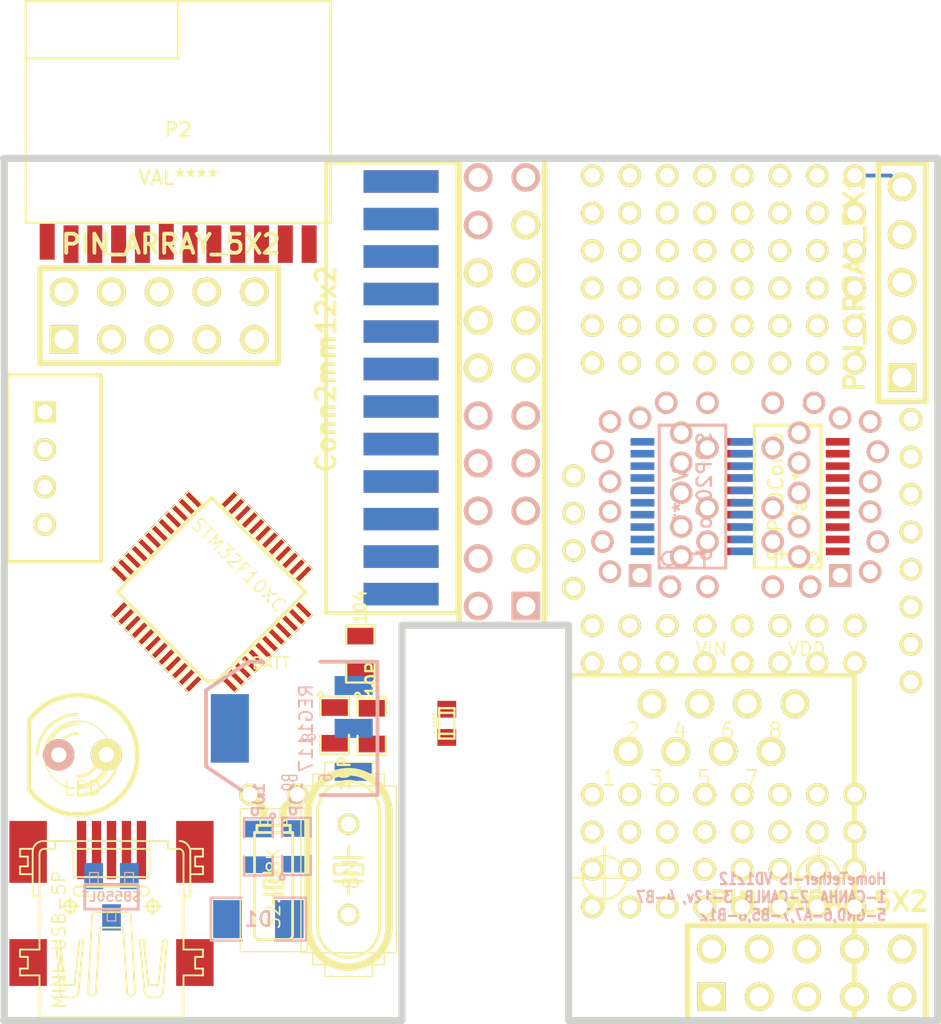
<source format=kicad_pcb>
(kicad_pcb (version 3) (host pcbnew "(2013-07-07 BZR 4022)-stable")

  (general
    (links 29)
    (no_connects 29)
    (area 48.34255 44.386499 99.9236 99.466401)
    (thickness 1.6002)
    (drawings 15)
    (tracks 2)
    (zones 0)
    (modules 51)
    (nets 55)
  )

  (page A4)
  (layers
    (15 Front signal)
    (0 Back signal)
    (16 B.Adhes user)
    (17 F.Adhes user)
    (18 B.Paste user)
    (19 F.Paste user)
    (20 B.SilkS user)
    (21 F.SilkS user)
    (22 B.Mask user)
    (23 F.Mask user)
    (28 Edge.Cuts user)
  )

  (setup
    (last_trace_width 0.2032)
    (user_trace_width 0.29972)
    (user_trace_width 0.50038)
    (user_trace_width 0.8001)
    (user_trace_width 1.00076)
    (trace_clearance 0.14986)
    (zone_clearance 0.29972)
    (zone_45_only no)
    (trace_min 0.09906)
    (segment_width 0.381)
    (edge_width 0.381)
    (via_size 0.50038)
    (via_drill 0.29972)
    (via_min_size 0.29972)
    (via_min_drill 0.20066)
    (user_via 0.8001 0.29972)
    (user_via 1.19888 0.50038)
    (user_via 4.50088 3.50012)
    (uvia_size 0.30988)
    (uvia_drill 0.127)
    (uvias_allowed no)
    (uvia_min_size 0.30734)
    (uvia_min_drill 0.127)
    (pcb_text_width 0.3048)
    (pcb_text_size 1.524 2.032)
    (mod_edge_width 0.20066)
    (mod_text_size 1.524 1.524)
    (mod_text_width 0.3048)
    (pad_size 0.8 2)
    (pad_drill 0)
    (pad_to_mask_clearance 0.254)
    (aux_axis_origin 0 0)
    (visible_elements 7FFFFFFF)
    (pcbplotparams
      (layerselection 285179905)
      (usegerberextensions true)
      (excludeedgelayer true)
      (linewidth 0.150000)
      (plotframeref true)
      (viasonmask false)
      (mode 1)
      (useauxorigin true)
      (hpglpennumber 1)
      (hpglpenspeed 20)
      (hpglpendiameter 15)
      (hpglpenoverlay 0)
      (psnegative false)
      (psa4output false)
      (plotreference true)
      (plotvalue true)
      (plotothertext true)
      (plotinvisibletext true)
      (padsonsilk true)
      (subtractmaskfromsilk true)
      (outputformat 1)
      (mirror false)
      (drillshape 0)
      (scaleselection 1)
      (outputdirectory D:/temp/ISVD2014.04/))
  )

  (net 0 "")
  (net 1 +3.3V)
  (net 2 /A1)
  (net 3 /A10)
  (net 4 /A15)
  (net 5 /A2)
  (net 6 /A3)
  (net 7 /A9)
  (net 8 /ADC)
  (net 9 /B0)
  (net 10 /B1)
  (net 11 /B10)
  (net 12 /B11)
  (net 13 /B12)
  (net 14 /B13)
  (net 15 /B14)
  (net 16 /B15)
  (net 17 /B6)
  (net 18 /B7)
  (net 19 /B8)
  (net 20 /B9)
  (net 21 /LED0)
  (net 22 /LED1)
  (net 23 /RF2SEL)
  (net 24 /RFSCK)
  (net 25 /RFSDI)
  (net 26 /RFSDO)
  (net 27 /RFnSEL)
  (net 28 /TCK)
  (net 29 /TMS)
  (net 30 /USBDM)
  (net 31 /USBDP)
  (net 32 /USBI)
  (net 33 /nRST)
  (net 34 GND)
  (net 35 N-000001)
  (net 36 N-0000029)
  (net 37 N-0000049)
  (net 38 N-0000050)
  (net 39 N-0000051)
  (net 40 N-0000052)
  (net 41 N-0000053)
  (net 42 N-0000054)
  (net 43 N-0000055)
  (net 44 N-0000056)
  (net 45 N-0000060)
  (net 46 N-0000062)
  (net 47 N-0000063)
  (net 48 N-0000066)
  (net 49 N-0000067)
  (net 50 N-0000068)
  (net 51 N-0000079)
  (net 52 N-000012)
  (net 53 N-000061)
  (net 54 VDD)

  (net_class Default "This is the default net class."
    (clearance 0.14986)
    (trace_width 0.2032)
    (via_dia 0.50038)
    (via_drill 0.29972)
    (uvia_dia 0.30988)
    (uvia_drill 0.127)
    (add_net "")
    (add_net +3.3V)
    (add_net /A1)
    (add_net /A10)
    (add_net /A15)
    (add_net /A2)
    (add_net /A3)
    (add_net /A9)
    (add_net /ADC)
    (add_net /B0)
    (add_net /B1)
    (add_net /B10)
    (add_net /B11)
    (add_net /B12)
    (add_net /B13)
    (add_net /B14)
    (add_net /B15)
    (add_net /B6)
    (add_net /B7)
    (add_net /B8)
    (add_net /B9)
    (add_net /LED0)
    (add_net /LED1)
    (add_net /RF2SEL)
    (add_net /RFSCK)
    (add_net /RFSDI)
    (add_net /RFSDO)
    (add_net /RFnSEL)
    (add_net /TCK)
    (add_net /TMS)
    (add_net /USBDM)
    (add_net /USBDP)
    (add_net /USBI)
    (add_net /nRST)
    (add_net GND)
    (add_net N-000001)
    (add_net N-0000029)
    (add_net N-0000049)
    (add_net N-0000050)
    (add_net N-0000051)
    (add_net N-0000052)
    (add_net N-0000053)
    (add_net N-0000054)
    (add_net N-0000055)
    (add_net N-0000056)
    (add_net N-0000060)
    (add_net N-0000062)
    (add_net N-0000063)
    (add_net N-0000066)
    (add_net N-0000067)
    (add_net N-0000068)
    (add_net N-0000079)
    (add_net N-000012)
    (add_net N-000061)
    (add_net VDD)
  )

  (net_class PWR ""
    (clearance 0.254)
    (trace_width 1.00076)
    (via_dia 0.889)
    (via_drill 0.635)
    (uvia_dia 0.508)
    (uvia_drill 0.127)
  )

  (net_class PWR2 ""
    (clearance 0.20066)
    (trace_width 0.8001)
    (via_dia 0.889)
    (via_drill 0.635)
    (uvia_dia 0.508)
    (uvia_drill 0.127)
  )

  (net_class SIG ""
    (clearance 0.20066)
    (trace_width 0.14986)
    (via_dia 0.889)
    (via_drill 0.635)
    (uvia_dia 0.508)
    (uvia_drill 0.127)
  )

  (module pin4 (layer Front) (tedit 53552531) (tstamp 53552F7A)
    (at 91 87)
    (descr "Double rangee de contacts 2 x 8 pins")
    (tags CONN)
    (path /4F6344A8)
    (fp_text reference P? (at 0.5 -0.5) (layer F.SilkS) hide
      (effects (font (size 0.8001 0.8001) (thickness 0.200025)))
    )
    (fp_text value 4pin (at 0 1) (layer F.SilkS) hide
      (effects (font (size 1.016 1.016) (thickness 0.2032)))
    )
    (pad "" thru_hole circle (at -3 0) (size 1.2 1.2) (drill 0.8)
      (layers *.Cu *.Mask F.SilkS)
    )
    (pad "" thru_hole circle (at -1 0) (size 1.2 1.2) (drill 0.8)
      (layers *.Cu *.Mask F.SilkS)
    )
    (pad "" thru_hole circle (at 1 0) (size 1.2 1.2) (drill 0.8)
      (layers *.Cu *.Mask F.SilkS)
    )
    (pad "" thru_hole circle (at 3 0) (size 1.2 1.2) (drill 0.8)
      (layers *.Cu *.Mask F.SilkS)
    )
  )

  (module SM0805   placed (layer Front) (tedit 504A095E) (tstamp 4F636FB5)
    (at 66.26 83.32 270)
    (path /4F63579F)
    (attr smd)
    (fp_text reference C1 (at 0 0 270) (layer F.SilkS) hide
      (effects (font (size 0.635 0.635) (thickness 0.127)))
    )
    (fp_text value 10P (at 2.54 -0.508 270) (layer F.SilkS)
      (effects (font (size 0.635 0.635) (thickness 0.127)))
    )
    (fp_circle (center -1.651 0.762) (end -1.651 0.635) (layer F.SilkS) (width 0.127))
    (fp_line (start -0.508 0.762) (end -1.524 0.762) (layer F.SilkS) (width 0.127))
    (fp_line (start -1.524 0.762) (end -1.524 -0.762) (layer F.SilkS) (width 0.127))
    (fp_line (start -1.524 -0.762) (end -0.508 -0.762) (layer F.SilkS) (width 0.127))
    (fp_line (start 0.508 -0.762) (end 1.524 -0.762) (layer F.SilkS) (width 0.127))
    (fp_line (start 1.524 -0.762) (end 1.524 0.762) (layer F.SilkS) (width 0.127))
    (fp_line (start 1.524 0.762) (end 0.508 0.762) (layer F.SilkS) (width 0.127))
    (pad 1 smd rect (at -0.9525 0 270) (size 0.889 1.397)
      (layers Front F.Paste F.Mask)
      (net 46 N-0000062)
    )
    (pad 2 smd rect (at 0.9525 0 270) (size 0.889 1.397)
      (layers Front F.Paste F.Mask)
      (net 34 GND)
    )
    (model smd/chip_cms.wrl
      (at (xyz 0 0 0))
      (scale (xyz 0.1 0.1 0.1))
      (rotate (xyz 0 0 0))
    )
  )

  (module SM0805   placed (layer Front) (tedit 50EEBBD0) (tstamp 4F636FB7)
    (at 68.24 83.36 270)
    (path /4F63579E)
    (attr smd)
    (fp_text reference C2 (at 0 0 270) (layer F.SilkS) hide
      (effects (font (size 0.635 0.635) (thickness 0.127)))
    )
    (fp_text value 10P (at -2.49936 0 270) (layer F.SilkS)
      (effects (font (size 0.635 0.635) (thickness 0.127)))
    )
    (fp_circle (center -1.651 0.762) (end -1.651 0.635) (layer F.SilkS) (width 0.127))
    (fp_line (start -0.508 0.762) (end -1.524 0.762) (layer F.SilkS) (width 0.127))
    (fp_line (start -1.524 0.762) (end -1.524 -0.762) (layer F.SilkS) (width 0.127))
    (fp_line (start -1.524 -0.762) (end -0.508 -0.762) (layer F.SilkS) (width 0.127))
    (fp_line (start 0.508 -0.762) (end 1.524 -0.762) (layer F.SilkS) (width 0.127))
    (fp_line (start 1.524 -0.762) (end 1.524 0.762) (layer F.SilkS) (width 0.127))
    (fp_line (start 1.524 0.762) (end 0.508 0.762) (layer F.SilkS) (width 0.127))
    (pad 1 smd rect (at -0.9525 0 270) (size 0.889 1.397)
      (layers Front F.Paste F.Mask)
      (net 34 GND)
    )
    (pad 2 smd rect (at 0.9525 0 270) (size 0.889 1.397)
      (layers Front F.Paste F.Mask)
      (net 47 N-0000063)
    )
    (model smd/chip_cms.wrl
      (at (xyz 0 0 0))
      (scale (xyz 0.1 0.1 0.1))
      (rotate (xyz 0 0 0))
    )
  )

  (module SM0805   placed (layer Front) (tedit 50EEBBED) (tstamp 4F636FB9)
    (at 67.63 79.51 90)
    (path /4F6359E6)
    (attr smd)
    (fp_text reference C3 (at 0 0 90) (layer F.SilkS) hide
      (effects (font (size 0.635 0.635) (thickness 0.127)))
    )
    (fp_text value 104 (at 2.49936 0 90) (layer F.SilkS)
      (effects (font (size 0.635 0.635) (thickness 0.127)))
    )
    (fp_circle (center -1.651 0.762) (end -1.651 0.635) (layer F.SilkS) (width 0.127))
    (fp_line (start -0.508 0.762) (end -1.524 0.762) (layer F.SilkS) (width 0.127))
    (fp_line (start -1.524 0.762) (end -1.524 -0.762) (layer F.SilkS) (width 0.127))
    (fp_line (start -1.524 -0.762) (end -0.508 -0.762) (layer F.SilkS) (width 0.127))
    (fp_line (start 0.508 -0.762) (end 1.524 -0.762) (layer F.SilkS) (width 0.127))
    (fp_line (start 1.524 -0.762) (end 1.524 0.762) (layer F.SilkS) (width 0.127))
    (fp_line (start 1.524 0.762) (end 0.508 0.762) (layer F.SilkS) (width 0.127))
    (pad 1 smd rect (at -0.9525 0 90) (size 0.889 1.397)
      (layers Front F.Paste F.Mask)
      (net 33 /nRST)
    )
    (pad 2 smd rect (at 0.9525 0 90) (size 0.889 1.397)
      (layers Front F.Paste F.Mask)
      (net 34 GND)
    )
    (model smd/chip_cms.wrl
      (at (xyz 0 0 0))
      (scale (xyz 0.1 0.1 0.1))
      (rotate (xyz 0 0 0))
    )
  )

  (module SM0805   placed (layer Back) (tedit 4F65FE2F) (tstamp 4F636FBB)
    (at 64.22 89.77 90)
    (path /4F6356AE)
    (attr smd)
    (fp_text reference C4 (at 0 0 90) (layer B.SilkS) hide
      (effects (font (size 0.635 0.635) (thickness 0.127)) (justify mirror))
    )
    (fp_text value 10P (at 2.49936 0 90) (layer B.SilkS)
      (effects (font (size 0.635 0.635) (thickness 0.127)) (justify mirror))
    )
    (fp_circle (center -1.651 -0.762) (end -1.651 -0.635) (layer B.SilkS) (width 0.127))
    (fp_line (start -0.508 -0.762) (end -1.524 -0.762) (layer B.SilkS) (width 0.127))
    (fp_line (start -1.524 -0.762) (end -1.524 0.762) (layer B.SilkS) (width 0.127))
    (fp_line (start -1.524 0.762) (end -0.508 0.762) (layer B.SilkS) (width 0.127))
    (fp_line (start 0.508 0.762) (end 1.524 0.762) (layer B.SilkS) (width 0.127))
    (fp_line (start 1.524 0.762) (end 1.524 -0.762) (layer B.SilkS) (width 0.127))
    (fp_line (start 1.524 -0.762) (end 0.508 -0.762) (layer B.SilkS) (width 0.127))
    (pad 1 smd rect (at -0.9525 0 90) (size 0.889 1.397)
      (layers Back B.Paste B.Mask)
      (net 51 N-0000079)
    )
    (pad 2 smd rect (at 0.9525 0 90) (size 0.889 1.397)
      (layers Back B.Paste B.Mask)
      (net 34 GND)
    )
    (model smd/chip_cms.wrl
      (at (xyz 0 0 0))
      (scale (xyz 0.1 0.1 0.1))
      (rotate (xyz 0 0 0))
    )
  )

  (module SM0805   placed (layer Back) (tedit 4F65FDDC) (tstamp 4F636FBD)
    (at 62.19 89.796 270)
    (path /4F6356BF)
    (attr smd)
    (fp_text reference C5 (at 0 0 270) (layer B.SilkS) hide
      (effects (font (size 0.635 0.635) (thickness 0.127)) (justify mirror))
    )
    (fp_text value 10P (at -2.49936 0 270) (layer B.SilkS)
      (effects (font (size 0.635 0.635) (thickness 0.127)) (justify mirror))
    )
    (fp_circle (center -1.651 -0.762) (end -1.651 -0.635) (layer B.SilkS) (width 0.127))
    (fp_line (start -0.508 -0.762) (end -1.524 -0.762) (layer B.SilkS) (width 0.127))
    (fp_line (start -1.524 -0.762) (end -1.524 0.762) (layer B.SilkS) (width 0.127))
    (fp_line (start -1.524 0.762) (end -0.508 0.762) (layer B.SilkS) (width 0.127))
    (fp_line (start 0.508 0.762) (end 1.524 0.762) (layer B.SilkS) (width 0.127))
    (fp_line (start 1.524 0.762) (end 1.524 -0.762) (layer B.SilkS) (width 0.127))
    (fp_line (start 1.524 -0.762) (end 0.508 -0.762) (layer B.SilkS) (width 0.127))
    (pad 1 smd rect (at -0.9525 0 270) (size 0.889 1.397)
      (layers Back B.Paste B.Mask)
      (net 34 GND)
    )
    (pad 2 smd rect (at 0.9525 0 270) (size 0.889 1.397)
      (layers Back B.Paste B.Mask)
      (net 49 N-0000067)
    )
    (model smd/chip_cms.wrl
      (at (xyz 0 0 0))
      (scale (xyz 0.1 0.1 0.1))
      (rotate (xyz 0 0 0))
    )
  )

  (module LED-5MM (layer Front) (tedit 50EEEF35) (tstamp 50EEEF05)
    (at 52.81 84.89 180)
    (descr "LED 5mm - Lead pitch 100mil (2,54mm)")
    (tags "LED led 5mm 5MM 100mil 2,54mm")
    (path /4F6351B7)
    (fp_text reference D6 (at 0 -3.81 180) (layer F.SilkS) hide
      (effects (font (size 0.762 0.762) (thickness 0.0889)))
    )
    (fp_text value LED (at 0 -1.778 180) (layer F.SilkS)
      (effects (font (size 0.762 0.762) (thickness 0.0889)))
    )
    (fp_line (start 2.8448 1.905) (end 2.8448 -1.905) (layer F.SilkS) (width 0.2032))
    (fp_circle (center 0.254 0) (end -1.016 1.27) (layer F.SilkS) (width 0.0762))
    (fp_arc (start 0.254 0) (end 2.794 1.905) (angle 286.2) (layer F.SilkS) (width 0.254))
    (fp_arc (start 0.254 0) (end -0.889 0) (angle 90) (layer F.SilkS) (width 0.1524))
    (fp_arc (start 0.254 0) (end 1.397 0) (angle 90) (layer F.SilkS) (width 0.1524))
    (fp_arc (start 0.254 0) (end -1.397 0) (angle 90) (layer F.SilkS) (width 0.1524))
    (fp_arc (start 0.254 0) (end 1.905 0) (angle 90) (layer F.SilkS) (width 0.1524))
    (fp_arc (start 0.254 0) (end -1.905 0) (angle 90) (layer F.SilkS) (width 0.1524))
    (fp_arc (start 0.254 0) (end 2.413 0) (angle 90) (layer F.SilkS) (width 0.1524))
    (pad 1 thru_hole circle (at -1.27 0 180) (size 1.6764 1.6764) (drill 0.8128)
      (layers *.Cu *.Mask F.Paste F.SilkS)
      (net 35 N-000001)
    )
    (pad 2 thru_hole circle (at 1.27 0 180) (size 1.6764 1.6764) (drill 0.8128)
      (layers *.Cu *.Mask B.Paste B.SilkS)
      (net 34 GND)
    )
    (model discret/leds/led5_vertical_verde.wrl
      (at (xyz 0 0 0))
      (scale (xyz 1 1 1))
      (rotate (xyz 0 0 0))
    )
  )

  (module SOT223   placed (layer Back) (tedit 504A05BB) (tstamp 53527EE5)
    (at 63.97 83.48 270)
    (descr "module CMS SOT223 4 pins")
    (tags "CMS SOT")
    (path /4F63565A)
    (attr smd)
    (fp_text reference IC1 (at 0 0.762 270) (layer B.SilkS) hide
      (effects (font (size 1.016 1.016) (thickness 0.2032)) (justify mirror))
    )
    (fp_text value REG1117 (at 0 -0.762 270) (layer B.SilkS)
      (effects (font (size 0.70104 0.70104) (thickness 0.09906)) (justify mirror))
    )
    (fp_line (start -3.556 -1.524) (end -3.556 -4.572) (layer B.SilkS) (width 0.2032))
    (fp_line (start -3.556 -4.572) (end 3.556 -4.572) (layer B.SilkS) (width 0.2032))
    (fp_line (start 3.556 -4.572) (end 3.556 -1.524) (layer B.SilkS) (width 0.2032))
    (fp_line (start -3.556 1.524) (end -3.556 2.286) (layer B.SilkS) (width 0.2032))
    (fp_line (start -3.556 2.286) (end -2.032 4.572) (layer B.SilkS) (width 0.2032))
    (fp_line (start -2.032 4.572) (end 2.032 4.572) (layer B.SilkS) (width 0.2032))
    (fp_line (start 2.032 4.572) (end 3.556 2.286) (layer B.SilkS) (width 0.2032))
    (fp_line (start 3.556 2.286) (end 3.556 1.524) (layer B.SilkS) (width 0.2032))
    (pad 4 smd rect (at 0 3.302 270) (size 3.6576 2.032)
      (layers Back B.Paste B.Mask)
      (net 1 +3.3V)
    )
    (pad 2 smd rect (at 0 -3.302 270) (size 1.016 2.032)
      (layers Back B.Paste B.Mask)
      (net 1 +3.3V)
    )
    (pad 3 smd rect (at 2.286 -3.302 270) (size 1.016 2.032)
      (layers Back B.Paste B.Mask)
      (net 54 VDD)
    )
    (pad 1 smd rect (at -2.286 -3.302 270) (size 1.016 2.032)
      (layers Back B.Paste B.Mask)
      (net 34 GND)
    )
    (model smd/SOT223.wrl
      (at (xyz 0 0 0))
      (scale (xyz 0.4 0.4 0.4))
      (rotate (xyz 0 0 0))
    )
  )

  (module crystal-TC26H (layer Front) (tedit 50EEF112) (tstamp 53528162)
    (at 63 87 180)
    (descr CRYSTAL)
    (tags CRYSTAL)
    (path /4F6356A5)
    (attr virtual)
    (fp_text reference X2 (at -2.032 -5.207 270) (layer F.SilkS) hide
      (effects (font (size 0.8001 0.8001) (thickness 0.0889)))
    )
    (fp_text value 32.768K (at 0 -5.00126 270) (layer F.SilkS)
      (effects (font (size 0.70104 0.70104) (thickness 0.0889)))
    )
    (fp_line (start 0.3048 -1.016) (end 0.7112 -1.016) (layer F.SilkS) (width 0.06604))
    (fp_line (start 0.7112 -1.016) (end 0.7112 -1.6002) (layer F.SilkS) (width 0.06604))
    (fp_line (start 0.3048 -1.6002) (end 0.7112 -1.6002) (layer F.SilkS) (width 0.06604))
    (fp_line (start 0.3048 -1.016) (end 0.3048 -1.6002) (layer F.SilkS) (width 0.06604))
    (fp_line (start -0.7112 -1.016) (end -0.3048 -1.016) (layer F.SilkS) (width 0.06604))
    (fp_line (start -0.3048 -1.016) (end -0.3048 -1.6002) (layer F.SilkS) (width 0.06604))
    (fp_line (start -0.7112 -1.6002) (end -0.3048 -1.6002) (layer F.SilkS) (width 0.06604))
    (fp_line (start -0.7112 -1.016) (end -0.7112 -1.6002) (layer F.SilkS) (width 0.06604))
    (fp_line (start -1.778 -0.762) (end 1.778 -0.762) (layer F.SilkS) (width 0.06604))
    (fp_line (start 1.778 -0.762) (end 1.778 -8.382) (layer F.SilkS) (width 0.06604))
    (fp_line (start -1.778 -8.382) (end 1.778 -8.382) (layer F.SilkS) (width 0.06604))
    (fp_line (start -1.778 -0.762) (end -1.778 -8.382) (layer F.SilkS) (width 0.06604))
    (fp_line (start -0.889 -1.651) (end 0.889 -1.651) (layer F.SilkS) (width 0.1524))
    (fp_line (start -0.762 -7.747) (end 0.762 -7.747) (layer F.SilkS) (width 0.1524))
    (fp_line (start 0.889 -1.651) (end 0.889 -2.032) (layer F.SilkS) (width 0.1524))
    (fp_line (start 1.016 -2.032) (end 1.016 -7.493) (layer F.SilkS) (width 0.1524))
    (fp_line (start -0.889 -1.651) (end -0.889 -2.032) (layer F.SilkS) (width 0.1524))
    (fp_line (start -1.016 -2.032) (end -0.889 -2.032) (layer F.SilkS) (width 0.1524))
    (fp_line (start -1.016 -2.032) (end -1.016 -7.493) (layer F.SilkS) (width 0.1524))
    (fp_line (start 0.508 -0.762) (end 0.508 -1.143) (layer F.SilkS) (width 0.4064))
    (fp_line (start -0.508 -0.762) (end -0.508 -1.27) (layer F.SilkS) (width 0.4064))
    (fp_line (start 0.635 -0.635) (end 1.27 0) (layer F.SilkS) (width 0.4064))
    (fp_line (start -0.635 -0.635) (end -1.27 0) (layer F.SilkS) (width 0.4064))
    (fp_line (start -0.508 -4.953) (end -0.508 -4.572) (layer F.SilkS) (width 0.1524))
    (fp_line (start 0.508 -4.572) (end -0.508 -4.572) (layer F.SilkS) (width 0.1524))
    (fp_line (start 0.508 -4.572) (end 0.508 -4.953) (layer F.SilkS) (width 0.1524))
    (fp_line (start -0.508 -4.953) (end 0.508 -4.953) (layer F.SilkS) (width 0.1524))
    (fp_line (start -0.508 -5.334) (end 0 -5.334) (layer F.SilkS) (width 0.1524))
    (fp_line (start -0.508 -4.191) (end 0 -4.191) (layer F.SilkS) (width 0.1524))
    (fp_line (start 0 -4.191) (end 0 -3.683) (layer F.SilkS) (width 0.1524))
    (fp_line (start 0 -4.191) (end 0.508 -4.191) (layer F.SilkS) (width 0.1524))
    (fp_line (start 0 -5.334) (end 0 -5.842) (layer F.SilkS) (width 0.1524))
    (fp_line (start 0 -5.334) (end 0.508 -5.334) (layer F.SilkS) (width 0.1524))
    (fp_line (start 1.016 -2.032) (end 0.889 -2.032) (layer F.SilkS) (width 0.1524))
    (fp_line (start 0.889 -2.032) (end -0.889 -2.032) (layer F.SilkS) (width 0.1524))
    (fp_arc (start 0.762 -7.493) (end 0.762 -7.747) (angle 90) (layer F.SilkS) (width 0.1524))
    (fp_arc (start -0.762 -7.493) (end -1.016 -7.493) (angle 90) (layer F.SilkS) (width 0.1524))
    (pad 1 thru_hole circle (at -1.27 0 180) (size 1.15062 1.15062) (drill 0.8128)
      (layers *.Cu *.Mask F.Paste F.SilkS)
      (net 49 N-0000067)
    )
    (pad 2 thru_hole circle (at 1.27 0 180) (size 1.15062 1.15062) (drill 0.8128)
      (layers *.Cu *.Mask F.Paste F.SilkS)
      (net 51 N-0000079)
    )
  )

  (module crystal-HC49/S (layer Front) (tedit 50EEF0F9) (tstamp 50EEF086)
    (at 67 91 90)
    (descr CRYSTAL)
    (tags CRYSTAL)
    (path /4F6357A0)
    (attr virtual)
    (fp_text reference X1 (at 3.302 -1.143 90) (layer F.SilkS) hide
      (effects (font (size 0.70104 0.70104) (thickness 0.0889)))
    )
    (fp_text value 8M (at -0.254 0.127 90) (layer F.SilkS)
      (effects (font (size 0.8001 0.8001) (thickness 0.0889)))
    )
    (fp_line (start -4.445 2.54) (end 4.445 2.54) (layer F.SilkS) (width 0.06604))
    (fp_line (start 4.445 2.54) (end 4.445 -2.54) (layer F.SilkS) (width 0.06604))
    (fp_line (start -4.445 -2.54) (end 4.445 -2.54) (layer F.SilkS) (width 0.06604))
    (fp_line (start -4.445 2.54) (end -4.445 -2.54) (layer F.SilkS) (width 0.06604))
    (fp_line (start -5.08 1.905) (end -4.445 1.905) (layer F.SilkS) (width 0.06604))
    (fp_line (start -4.445 1.905) (end -4.445 -1.905) (layer F.SilkS) (width 0.06604))
    (fp_line (start -5.08 -1.905) (end -4.445 -1.905) (layer F.SilkS) (width 0.06604))
    (fp_line (start -5.08 1.905) (end -5.08 -1.905) (layer F.SilkS) (width 0.06604))
    (fp_line (start -5.715 1.27) (end -5.08 1.27) (layer F.SilkS) (width 0.06604))
    (fp_line (start -5.08 1.27) (end -5.08 -1.27) (layer F.SilkS) (width 0.06604))
    (fp_line (start -5.715 -1.27) (end -5.08 -1.27) (layer F.SilkS) (width 0.06604))
    (fp_line (start -5.715 1.27) (end -5.715 -1.27) (layer F.SilkS) (width 0.06604))
    (fp_line (start 4.445 1.905) (end 5.08 1.905) (layer F.SilkS) (width 0.06604))
    (fp_line (start 5.08 1.905) (end 5.08 -1.905) (layer F.SilkS) (width 0.06604))
    (fp_line (start 4.445 -1.905) (end 5.08 -1.905) (layer F.SilkS) (width 0.06604))
    (fp_line (start 4.445 1.905) (end 4.445 -1.905) (layer F.SilkS) (width 0.06604))
    (fp_line (start 5.08 1.27) (end 5.715 1.27) (layer F.SilkS) (width 0.06604))
    (fp_line (start 5.715 1.27) (end 5.715 -1.27) (layer F.SilkS) (width 0.06604))
    (fp_line (start 5.08 -1.27) (end 5.715 -1.27) (layer F.SilkS) (width 0.06604))
    (fp_line (start 5.08 1.27) (end 5.08 -1.27) (layer F.SilkS) (width 0.06604))
    (fp_line (start -3.048 2.159) (end 3.048 2.159) (layer F.SilkS) (width 0.4064))
    (fp_line (start -3.048 -2.159) (end 3.048 -2.159) (layer F.SilkS) (width 0.4064))
    (fp_line (start -3.048 1.651) (end 3.048 1.651) (layer F.SilkS) (width 0.1524))
    (fp_line (start 3.048 -1.651) (end -3.048 -1.651) (layer F.SilkS) (width 0.1524))
    (fp_line (start -0.254 -0.762) (end 0.254 -0.762) (layer F.SilkS) (width 0.1524))
    (fp_line (start 0.254 -0.762) (end 0.254 0.762) (layer F.SilkS) (width 0.1524))
    (fp_line (start 0.254 0.762) (end -0.254 0.762) (layer F.SilkS) (width 0.1524))
    (fp_line (start -0.254 0.762) (end -0.254 -0.762) (layer F.SilkS) (width 0.1524))
    (fp_line (start 0.635 -0.762) (end 0.635 0) (layer F.SilkS) (width 0.1524))
    (fp_line (start 0.635 0) (end 0.635 0.762) (layer F.SilkS) (width 0.1524))
    (fp_line (start -0.635 -0.762) (end -0.635 0) (layer F.SilkS) (width 0.1524))
    (fp_line (start -0.635 0) (end -0.635 0.762) (layer F.SilkS) (width 0.1524))
    (fp_line (start 0.635 0) (end 1.27 0) (layer F.SilkS) (width 0.1524))
    (fp_line (start -0.635 0) (end -1.27 0) (layer F.SilkS) (width 0.1524))
    (fp_arc (start -3.048 0) (end -3.048 2.159) (angle 180) (layer F.SilkS) (width 0.4064))
    (fp_arc (start 3.048 0) (end 3.048 -2.159) (angle 180) (layer F.SilkS) (width 0.4064))
    (fp_arc (start -3.048 0) (end -3.048 1.651) (angle 180) (layer F.SilkS) (width 0.1524))
    (fp_arc (start 3.048 0) (end 3.048 -1.651) (angle 180) (layer F.SilkS) (width 0.1524))
    (pad 1 thru_hole circle (at -2.413 0 90) (size 1.15062 1.15062) (drill 0.8128)
      (layers *.Cu *.Mask F.Paste F.SilkS)
      (net 46 N-0000062)
    )
    (pad 2 thru_hole circle (at 2.413 0 90) (size 1.15062 1.15062) (drill 0.8128)
      (layers *.Cu *.Mask F.Paste F.SilkS)
      (net 47 N-0000063)
    )
  )

  (module atmel-TQFP48   locked (layer Front) (tedit 50EEBBFB) (tstamp 4F637232)
    (at 59.69 76.2 135)
    (descr "THIN PLASIC QUAD FLAT PACKAGE")
    (tags "THIN PLASIC QUAD FLAT PACKAGE")
    (path /4F634137)
    (attr smd)
    (fp_text reference U1 (at 0.127 -2.54 135) (layer F.SilkS) hide
      (effects (font (size 1.016 1.016) (thickness 0.0889)))
    )
    (fp_text value STM32F10XC (at 0 2.032 135) (layer F.SilkS)
      (effects (font (size 0.70104 0.70104) (thickness 0.0889)))
    )
    (fp_line (start 3.57886 -0.1016) (end 4.6482 -0.1016) (layer F.SilkS) (width 0.06604))
    (fp_line (start 4.6482 -0.1016) (end 4.6482 -0.4064) (layer F.SilkS) (width 0.06604))
    (fp_line (start 3.57886 -0.4064) (end 4.6482 -0.4064) (layer F.SilkS) (width 0.06604))
    (fp_line (start 3.57886 -0.1016) (end 3.57886 -0.4064) (layer F.SilkS) (width 0.06604))
    (fp_line (start 3.57886 -0.6096) (end 4.6482 -0.6096) (layer F.SilkS) (width 0.06604))
    (fp_line (start 4.6482 -0.6096) (end 4.6482 -0.9144) (layer F.SilkS) (width 0.06604))
    (fp_line (start 3.57886 -0.9144) (end 4.6482 -0.9144) (layer F.SilkS) (width 0.06604))
    (fp_line (start 3.57886 -0.6096) (end 3.57886 -0.9144) (layer F.SilkS) (width 0.06604))
    (fp_line (start 3.57886 -1.1176) (end 4.6482 -1.1176) (layer F.SilkS) (width 0.06604))
    (fp_line (start 4.6482 -1.1176) (end 4.6482 -1.4224) (layer F.SilkS) (width 0.06604))
    (fp_line (start 3.57886 -1.4224) (end 4.6482 -1.4224) (layer F.SilkS) (width 0.06604))
    (fp_line (start 3.57886 -1.1176) (end 3.57886 -1.4224) (layer F.SilkS) (width 0.06604))
    (fp_line (start 3.57886 -1.6256) (end 4.6482 -1.6256) (layer F.SilkS) (width 0.06604))
    (fp_line (start 4.6482 -1.6256) (end 4.6482 -1.9304) (layer F.SilkS) (width 0.06604))
    (fp_line (start 3.57886 -1.9304) (end 4.6482 -1.9304) (layer F.SilkS) (width 0.06604))
    (fp_line (start 3.57886 -1.6256) (end 3.57886 -1.9304) (layer F.SilkS) (width 0.06604))
    (fp_line (start 3.57886 -2.1336) (end 4.6482 -2.1336) (layer F.SilkS) (width 0.06604))
    (fp_line (start 4.6482 -2.1336) (end 4.6482 -2.4384) (layer F.SilkS) (width 0.06604))
    (fp_line (start 3.57886 -2.4384) (end 4.6482 -2.4384) (layer F.SilkS) (width 0.06604))
    (fp_line (start 3.57886 -2.1336) (end 3.57886 -2.4384) (layer F.SilkS) (width 0.06604))
    (fp_line (start 3.57886 -2.6416) (end 4.6482 -2.6416) (layer F.SilkS) (width 0.06604))
    (fp_line (start 4.6482 -2.6416) (end 4.6482 -2.9464) (layer F.SilkS) (width 0.06604))
    (fp_line (start 3.57886 -2.9464) (end 4.6482 -2.9464) (layer F.SilkS) (width 0.06604))
    (fp_line (start 3.57886 -2.6416) (end 3.57886 -2.9464) (layer F.SilkS) (width 0.06604))
    (fp_line (start 3.57886 0.4064) (end 4.6482 0.4064) (layer F.SilkS) (width 0.06604))
    (fp_line (start 4.6482 0.4064) (end 4.6482 0.1016) (layer F.SilkS) (width 0.06604))
    (fp_line (start 3.57886 0.1016) (end 4.6482 0.1016) (layer F.SilkS) (width 0.06604))
    (fp_line (start 3.57886 0.4064) (end 3.57886 0.1016) (layer F.SilkS) (width 0.06604))
    (fp_line (start 3.57886 0.9144) (end 4.6482 0.9144) (layer F.SilkS) (width 0.06604))
    (fp_line (start 4.6482 0.9144) (end 4.6482 0.6096) (layer F.SilkS) (width 0.06604))
    (fp_line (start 3.57886 0.6096) (end 4.6482 0.6096) (layer F.SilkS) (width 0.06604))
    (fp_line (start 3.57886 0.9144) (end 3.57886 0.6096) (layer F.SilkS) (width 0.06604))
    (fp_line (start 3.57886 1.4224) (end 4.6482 1.4224) (layer F.SilkS) (width 0.06604))
    (fp_line (start 4.6482 1.4224) (end 4.6482 1.1176) (layer F.SilkS) (width 0.06604))
    (fp_line (start 3.57886 1.1176) (end 4.6482 1.1176) (layer F.SilkS) (width 0.06604))
    (fp_line (start 3.57886 1.4224) (end 3.57886 1.1176) (layer F.SilkS) (width 0.06604))
    (fp_line (start 3.57886 1.9304) (end 4.6482 1.9304) (layer F.SilkS) (width 0.06604))
    (fp_line (start 4.6482 1.9304) (end 4.6482 1.6256) (layer F.SilkS) (width 0.06604))
    (fp_line (start 3.57886 1.6256) (end 4.6482 1.6256) (layer F.SilkS) (width 0.06604))
    (fp_line (start 3.57886 1.9304) (end 3.57886 1.6256) (layer F.SilkS) (width 0.06604))
    (fp_line (start 3.57886 2.4384) (end 4.6482 2.4384) (layer F.SilkS) (width 0.06604))
    (fp_line (start 4.6482 2.4384) (end 4.6482 2.1336) (layer F.SilkS) (width 0.06604))
    (fp_line (start 3.57886 2.1336) (end 4.6482 2.1336) (layer F.SilkS) (width 0.06604))
    (fp_line (start 3.57886 2.4384) (end 3.57886 2.1336) (layer F.SilkS) (width 0.06604))
    (fp_line (start 3.57886 2.9464) (end 4.6482 2.9464) (layer F.SilkS) (width 0.06604))
    (fp_line (start 4.6482 2.9464) (end 4.6482 2.6416) (layer F.SilkS) (width 0.06604))
    (fp_line (start 3.57886 2.6416) (end 4.6482 2.6416) (layer F.SilkS) (width 0.06604))
    (fp_line (start 3.57886 2.9464) (end 3.57886 2.6416) (layer F.SilkS) (width 0.06604))
    (fp_line (start -4.6482 0.4064) (end -3.57886 0.4064) (layer F.SilkS) (width 0.06604))
    (fp_line (start -3.57886 0.4064) (end -3.57886 0.1016) (layer F.SilkS) (width 0.06604))
    (fp_line (start -4.6482 0.1016) (end -3.57886 0.1016) (layer F.SilkS) (width 0.06604))
    (fp_line (start -4.6482 0.4064) (end -4.6482 0.1016) (layer F.SilkS) (width 0.06604))
    (fp_line (start -4.6482 0.9144) (end -3.57886 0.9144) (layer F.SilkS) (width 0.06604))
    (fp_line (start -3.57886 0.9144) (end -3.57886 0.6096) (layer F.SilkS) (width 0.06604))
    (fp_line (start -4.6482 0.6096) (end -3.57886 0.6096) (layer F.SilkS) (width 0.06604))
    (fp_line (start -4.6482 0.9144) (end -4.6482 0.6096) (layer F.SilkS) (width 0.06604))
    (fp_line (start -4.6482 1.4224) (end -3.57886 1.4224) (layer F.SilkS) (width 0.06604))
    (fp_line (start -3.57886 1.4224) (end -3.57886 1.1176) (layer F.SilkS) (width 0.06604))
    (fp_line (start -4.6482 1.1176) (end -3.57886 1.1176) (layer F.SilkS) (width 0.06604))
    (fp_line (start -4.6482 1.4224) (end -4.6482 1.1176) (layer F.SilkS) (width 0.06604))
    (fp_line (start -4.6482 1.9304) (end -3.57886 1.9304) (layer F.SilkS) (width 0.06604))
    (fp_line (start -3.57886 1.9304) (end -3.57886 1.6256) (layer F.SilkS) (width 0.06604))
    (fp_line (start -4.6482 1.6256) (end -3.57886 1.6256) (layer F.SilkS) (width 0.06604))
    (fp_line (start -4.6482 1.9304) (end -4.6482 1.6256) (layer F.SilkS) (width 0.06604))
    (fp_line (start -4.6482 2.4384) (end -3.57886 2.4384) (layer F.SilkS) (width 0.06604))
    (fp_line (start -3.57886 2.4384) (end -3.57886 2.1336) (layer F.SilkS) (width 0.06604))
    (fp_line (start -4.6482 2.1336) (end -3.57886 2.1336) (layer F.SilkS) (width 0.06604))
    (fp_line (start -4.6482 2.4384) (end -4.6482 2.1336) (layer F.SilkS) (width 0.06604))
    (fp_line (start -4.6482 2.9464) (end -3.57886 2.9464) (layer F.SilkS) (width 0.06604))
    (fp_line (start -3.57886 2.9464) (end -3.57886 2.6416) (layer F.SilkS) (width 0.06604))
    (fp_line (start -4.6482 2.6416) (end -3.57886 2.6416) (layer F.SilkS) (width 0.06604))
    (fp_line (start -4.6482 2.9464) (end -4.6482 2.6416) (layer F.SilkS) (width 0.06604))
    (fp_line (start -4.6482 -0.1016) (end -3.57886 -0.1016) (layer F.SilkS) (width 0.06604))
    (fp_line (start -3.57886 -0.1016) (end -3.57886 -0.4064) (layer F.SilkS) (width 0.06604))
    (fp_line (start -4.6482 -0.4064) (end -3.57886 -0.4064) (layer F.SilkS) (width 0.06604))
    (fp_line (start -4.6482 -0.1016) (end -4.6482 -0.4064) (layer F.SilkS) (width 0.06604))
    (fp_line (start -4.6482 -0.6096) (end -3.57886 -0.6096) (layer F.SilkS) (width 0.06604))
    (fp_line (start -3.57886 -0.6096) (end -3.57886 -0.9144) (layer F.SilkS) (width 0.06604))
    (fp_line (start -4.6482 -0.9144) (end -3.57886 -0.9144) (layer F.SilkS) (width 0.06604))
    (fp_line (start -4.6482 -0.6096) (end -4.6482 -0.9144) (layer F.SilkS) (width 0.06604))
    (fp_line (start -4.6482 -1.1176) (end -3.57886 -1.1176) (layer F.SilkS) (width 0.06604))
    (fp_line (start -3.57886 -1.1176) (end -3.57886 -1.4224) (layer F.SilkS) (width 0.06604))
    (fp_line (start -4.6482 -1.4224) (end -3.57886 -1.4224) (layer F.SilkS) (width 0.06604))
    (fp_line (start -4.6482 -1.1176) (end -4.6482 -1.4224) (layer F.SilkS) (width 0.06604))
    (fp_line (start -4.6482 -1.6256) (end -3.57886 -1.6256) (layer F.SilkS) (width 0.06604))
    (fp_line (start -3.57886 -1.6256) (end -3.57886 -1.9304) (layer F.SilkS) (width 0.06604))
    (fp_line (start -4.6482 -1.9304) (end -3.57886 -1.9304) (layer F.SilkS) (width 0.06604))
    (fp_line (start -4.6482 -1.6256) (end -4.6482 -1.9304) (layer F.SilkS) (width 0.06604))
    (fp_line (start -4.6482 -2.1336) (end -3.57886 -2.1336) (layer F.SilkS) (width 0.06604))
    (fp_line (start -3.57886 -2.1336) (end -3.57886 -2.4384) (layer F.SilkS) (width 0.06604))
    (fp_line (start -4.6482 -2.4384) (end -3.57886 -2.4384) (layer F.SilkS) (width 0.06604))
    (fp_line (start -4.6482 -2.1336) (end -4.6482 -2.4384) (layer F.SilkS) (width 0.06604))
    (fp_line (start -4.6482 -2.6416) (end -3.57886 -2.6416) (layer F.SilkS) (width 0.06604))
    (fp_line (start -3.57886 -2.6416) (end -3.57886 -2.9464) (layer F.SilkS) (width 0.06604))
    (fp_line (start -4.6482 -2.9464) (end -3.57886 -2.9464) (layer F.SilkS) (width 0.06604))
    (fp_line (start -4.6482 -2.6416) (end -4.6482 -2.9464) (layer F.SilkS) (width 0.06604))
    (fp_line (start -0.4064 -3.57886) (end -0.1016 -3.57886) (layer F.SilkS) (width 0.06604))
    (fp_line (start -0.1016 -3.57886) (end -0.1016 -4.6482) (layer F.SilkS) (width 0.06604))
    (fp_line (start -0.4064 -4.6482) (end -0.1016 -4.6482) (layer F.SilkS) (width 0.06604))
    (fp_line (start -0.4064 -3.57886) (end -0.4064 -4.6482) (layer F.SilkS) (width 0.06604))
    (fp_line (start -0.9144 -3.57886) (end -0.6096 -3.57886) (layer F.SilkS) (width 0.06604))
    (fp_line (start -0.6096 -3.57886) (end -0.6096 -4.6482) (layer F.SilkS) (width 0.06604))
    (fp_line (start -0.9144 -4.6482) (end -0.6096 -4.6482) (layer F.SilkS) (width 0.06604))
    (fp_line (start -0.9144 -3.57886) (end -0.9144 -4.6482) (layer F.SilkS) (width 0.06604))
    (fp_line (start -1.4224 -3.57886) (end -1.1176 -3.57886) (layer F.SilkS) (width 0.06604))
    (fp_line (start -1.1176 -3.57886) (end -1.1176 -4.6482) (layer F.SilkS) (width 0.06604))
    (fp_line (start -1.4224 -4.6482) (end -1.1176 -4.6482) (layer F.SilkS) (width 0.06604))
    (fp_line (start -1.4224 -3.57886) (end -1.4224 -4.6482) (layer F.SilkS) (width 0.06604))
    (fp_line (start -1.9304 -3.57886) (end -1.6256 -3.57886) (layer F.SilkS) (width 0.06604))
    (fp_line (start -1.6256 -3.57886) (end -1.6256 -4.6482) (layer F.SilkS) (width 0.06604))
    (fp_line (start -1.9304 -4.6482) (end -1.6256 -4.6482) (layer F.SilkS) (width 0.06604))
    (fp_line (start -1.9304 -3.57886) (end -1.9304 -4.6482) (layer F.SilkS) (width 0.06604))
    (fp_line (start -2.4384 -3.57886) (end -2.1336 -3.57886) (layer F.SilkS) (width 0.06604))
    (fp_line (start -2.1336 -3.57886) (end -2.1336 -4.6482) (layer F.SilkS) (width 0.06604))
    (fp_line (start -2.4384 -4.6482) (end -2.1336 -4.6482) (layer F.SilkS) (width 0.06604))
    (fp_line (start -2.4384 -3.57886) (end -2.4384 -4.6482) (layer F.SilkS) (width 0.06604))
    (fp_line (start -2.9464 -3.57886) (end -2.6416 -3.57886) (layer F.SilkS) (width 0.06604))
    (fp_line (start -2.6416 -3.57886) (end -2.6416 -4.6482) (layer F.SilkS) (width 0.06604))
    (fp_line (start -2.9464 -4.6482) (end -2.6416 -4.6482) (layer F.SilkS) (width 0.06604))
    (fp_line (start -2.9464 -3.57886) (end -2.9464 -4.6482) (layer F.SilkS) (width 0.06604))
    (fp_line (start 0.1016 -3.57886) (end 0.4064 -3.57886) (layer F.SilkS) (width 0.06604))
    (fp_line (start 0.4064 -3.57886) (end 0.4064 -4.6482) (layer F.SilkS) (width 0.06604))
    (fp_line (start 0.1016 -4.6482) (end 0.4064 -4.6482) (layer F.SilkS) (width 0.06604))
    (fp_line (start 0.1016 -3.57886) (end 0.1016 -4.6482) (layer F.SilkS) (width 0.06604))
    (fp_line (start 0.6096 -3.57886) (end 0.9144 -3.57886) (layer F.SilkS) (width 0.06604))
    (fp_line (start 0.9144 -3.57886) (end 0.9144 -4.6482) (layer F.SilkS) (width 0.06604))
    (fp_line (start 0.6096 -4.6482) (end 0.9144 -4.6482) (layer F.SilkS) (width 0.06604))
    (fp_line (start 0.6096 -3.57886) (end 0.6096 -4.6482) (layer F.SilkS) (width 0.06604))
    (fp_line (start 1.1176 -3.57886) (end 1.4224 -3.57886) (layer F.SilkS) (width 0.06604))
    (fp_line (start 1.4224 -3.57886) (end 1.4224 -4.6482) (layer F.SilkS) (width 0.06604))
    (fp_line (start 1.1176 -4.6482) (end 1.4224 -4.6482) (layer F.SilkS) (width 0.06604))
    (fp_line (start 1.1176 -3.57886) (end 1.1176 -4.6482) (layer F.SilkS) (width 0.06604))
    (fp_line (start 1.6256 -3.57886) (end 1.9304 -3.57886) (layer F.SilkS) (width 0.06604))
    (fp_line (start 1.9304 -3.57886) (end 1.9304 -4.6482) (layer F.SilkS) (width 0.06604))
    (fp_line (start 1.6256 -4.6482) (end 1.9304 -4.6482) (layer F.SilkS) (width 0.06604))
    (fp_line (start 1.6256 -3.57886) (end 1.6256 -4.6482) (layer F.SilkS) (width 0.06604))
    (fp_line (start 2.1336 -3.57886) (end 2.4384 -3.57886) (layer F.SilkS) (width 0.06604))
    (fp_line (start 2.4384 -3.57886) (end 2.4384 -4.6482) (layer F.SilkS) (width 0.06604))
    (fp_line (start 2.1336 -4.6482) (end 2.4384 -4.6482) (layer F.SilkS) (width 0.06604))
    (fp_line (start 2.1336 -3.57886) (end 2.1336 -4.6482) (layer F.SilkS) (width 0.06604))
    (fp_line (start 2.6416 -3.57886) (end 2.9464 -3.57886) (layer F.SilkS) (width 0.06604))
    (fp_line (start 2.9464 -3.57886) (end 2.9464 -4.6482) (layer F.SilkS) (width 0.06604))
    (fp_line (start 2.6416 -4.6482) (end 2.9464 -4.6482) (layer F.SilkS) (width 0.06604))
    (fp_line (start 2.6416 -3.57886) (end 2.6416 -4.6482) (layer F.SilkS) (width 0.06604))
    (fp_line (start 0.1016 4.6482) (end 0.4064 4.6482) (layer F.SilkS) (width 0.06604))
    (fp_line (start 0.4064 4.6482) (end 0.4064 3.57886) (layer F.SilkS) (width 0.06604))
    (fp_line (start 0.1016 3.57886) (end 0.4064 3.57886) (layer F.SilkS) (width 0.06604))
    (fp_line (start 0.1016 4.6482) (end 0.1016 3.57886) (layer F.SilkS) (width 0.06604))
    (fp_line (start 0.6096 4.6482) (end 0.9144 4.6482) (layer F.SilkS) (width 0.06604))
    (fp_line (start 0.9144 4.6482) (end 0.9144 3.57886) (layer F.SilkS) (width 0.06604))
    (fp_line (start 0.6096 3.57886) (end 0.9144 3.57886) (layer F.SilkS) (width 0.06604))
    (fp_line (start 0.6096 4.6482) (end 0.6096 3.57886) (layer F.SilkS) (width 0.06604))
    (fp_line (start 1.1176 4.6482) (end 1.4224 4.6482) (layer F.SilkS) (width 0.06604))
    (fp_line (start 1.4224 4.6482) (end 1.4224 3.57886) (layer F.SilkS) (width 0.06604))
    (fp_line (start 1.1176 3.57886) (end 1.4224 3.57886) (layer F.SilkS) (width 0.06604))
    (fp_line (start 1.1176 4.6482) (end 1.1176 3.57886) (layer F.SilkS) (width 0.06604))
    (fp_line (start 1.6256 4.6482) (end 1.9304 4.6482) (layer F.SilkS) (width 0.06604))
    (fp_line (start 1.9304 4.6482) (end 1.9304 3.57886) (layer F.SilkS) (width 0.06604))
    (fp_line (start 1.6256 3.57886) (end 1.9304 3.57886) (layer F.SilkS) (width 0.06604))
    (fp_line (start 1.6256 4.6482) (end 1.6256 3.57886) (layer F.SilkS) (width 0.06604))
    (fp_line (start 2.1336 4.6482) (end 2.4384 4.6482) (layer F.SilkS) (width 0.06604))
    (fp_line (start 2.4384 4.6482) (end 2.4384 3.57886) (layer F.SilkS) (width 0.06604))
    (fp_line (start 2.1336 3.57886) (end 2.4384 3.57886) (layer F.SilkS) (width 0.06604))
    (fp_line (start 2.1336 4.6482) (end 2.1336 3.57886) (layer F.SilkS) (width 0.06604))
    (fp_line (start 2.6416 4.6482) (end 2.9464 4.6482) (layer F.SilkS) (width 0.06604))
    (fp_line (start 2.9464 4.6482) (end 2.9464 3.57886) (layer F.SilkS) (width 0.06604))
    (fp_line (start 2.6416 3.57886) (end 2.9464 3.57886) (layer F.SilkS) (width 0.06604))
    (fp_line (start 2.6416 4.6482) (end 2.6416 3.57886) (layer F.SilkS) (width 0.06604))
    (fp_line (start -0.4064 4.6482) (end -0.1016 4.6482) (layer F.SilkS) (width 0.06604))
    (fp_line (start -0.1016 4.6482) (end -0.1016 3.57886) (layer F.SilkS) (width 0.06604))
    (fp_line (start -0.4064 3.57886) (end -0.1016 3.57886) (layer F.SilkS) (width 0.06604))
    (fp_line (start -0.4064 4.6482) (end -0.4064 3.57886) (layer F.SilkS) (width 0.06604))
    (fp_line (start -0.9144 4.6482) (end -0.6096 4.6482) (layer F.SilkS) (width 0.06604))
    (fp_line (start -0.6096 4.6482) (end -0.6096 3.57886) (layer F.SilkS) (width 0.06604))
    (fp_line (start -0.9144 3.57886) (end -0.6096 3.57886) (layer F.SilkS) (width 0.06604))
    (fp_line (start -0.9144 4.6482) (end -0.9144 3.57886) (layer F.SilkS) (width 0.06604))
    (fp_line (start -1.4224 4.6482) (end -1.1176 4.6482) (layer F.SilkS) (width 0.06604))
    (fp_line (start -1.1176 4.6482) (end -1.1176 3.57886) (layer F.SilkS) (width 0.06604))
    (fp_line (start -1.4224 3.57886) (end -1.1176 3.57886) (layer F.SilkS) (width 0.06604))
    (fp_line (start -1.4224 4.6482) (end -1.4224 3.57886) (layer F.SilkS) (width 0.06604))
    (fp_line (start -1.9304 4.6482) (end -1.6256 4.6482) (layer F.SilkS) (width 0.06604))
    (fp_line (start -1.6256 4.6482) (end -1.6256 3.57886) (layer F.SilkS) (width 0.06604))
    (fp_line (start -1.9304 3.57886) (end -1.6256 3.57886) (layer F.SilkS) (width 0.06604))
    (fp_line (start -1.9304 4.6482) (end -1.9304 3.57886) (layer F.SilkS) (width 0.06604))
    (fp_line (start -2.4384 4.6482) (end -2.1336 4.6482) (layer F.SilkS) (width 0.06604))
    (fp_line (start -2.1336 4.6482) (end -2.1336 3.57886) (layer F.SilkS) (width 0.06604))
    (fp_line (start -2.4384 3.57886) (end -2.1336 3.57886) (layer F.SilkS) (width 0.06604))
    (fp_line (start -2.4384 4.6482) (end -2.4384 3.57886) (layer F.SilkS) (width 0.06604))
    (fp_line (start -2.9464 4.6482) (end -2.6416 4.6482) (layer F.SilkS) (width 0.06604))
    (fp_line (start -2.6416 4.6482) (end -2.6416 3.57886) (layer F.SilkS) (width 0.06604))
    (fp_line (start -2.9464 3.57886) (end -2.6416 3.57886) (layer F.SilkS) (width 0.06604))
    (fp_line (start -2.9464 4.6482) (end -2.9464 3.57886) (layer F.SilkS) (width 0.06604))
    (fp_line (start 3.556 -3.556) (end 3.556 3.556) (layer F.SilkS) (width 0.1778))
    (fp_line (start 3.556 3.556) (end -3.556 3.556) (layer F.SilkS) (width 0.1778))
    (fp_line (start -3.556 3.556) (end -3.556 -3.175) (layer F.SilkS) (width 0.1778))
    (fp_line (start -3.175 -3.556) (end 3.556 -3.556) (layer F.SilkS) (width 0.1778))
    (fp_line (start -3.556 -3.175) (end -3.175 -3.556) (layer F.SilkS) (width 0.1778))
    (fp_circle (center -2.72796 -2.72796) (end -2.86766 -2.86766) (layer F.SilkS) (width 0.00254))
    (pad 1 smd rect (at -4.191 -2.794 135) (size 1.016 0.3048)
      (layers Front F.Paste F.Mask)
      (net 48 N-0000066)
    )
    (pad 2 smd rect (at -4.191 -2.286 135) (size 1.016 0.3048)
      (layers Front F.Paste F.Mask)
    )
    (pad 3 smd rect (at -4.191 -1.778 135) (size 1.016 0.3048)
      (layers Front F.Paste F.Mask)
      (net 51 N-0000079)
    )
    (pad 4 smd rect (at -4.191 -1.27 135) (size 1.016 0.3048)
      (layers Front F.Paste F.Mask)
      (net 49 N-0000067)
    )
    (pad 5 smd rect (at -4.191 -0.762 135) (size 1.016 0.3048)
      (layers Front F.Paste F.Mask)
      (net 46 N-0000062)
    )
    (pad 6 smd rect (at -4.191 -0.254 135) (size 1.016 0.3048)
      (layers Front F.Paste F.Mask)
      (net 47 N-0000063)
    )
    (pad 7 smd rect (at -4.191 0.254 135) (size 1.016 0.3048)
      (layers Front F.Paste F.Mask)
      (net 33 /nRST)
    )
    (pad 8 smd rect (at -4.191 0.762 135) (size 1.016 0.3048)
      (layers Front F.Paste F.Mask)
      (net 34 GND)
    )
    (pad 9 smd rect (at -4.191 1.27 135) (size 1.016 0.3048)
      (layers Front F.Paste F.Mask)
      (net 1 +3.3V)
    )
    (pad 10 smd rect (at -4.191 1.778 135) (size 1.016 0.3048)
      (layers Front F.Paste F.Mask)
      (net 8 /ADC)
    )
    (pad 11 smd rect (at -4.191 2.286 135) (size 1.016 0.3048)
      (layers Front F.Paste F.Mask)
      (net 2 /A1)
    )
    (pad 12 smd rect (at -4.191 2.794 135) (size 1.016 0.3048)
      (layers Front F.Paste F.Mask)
      (net 5 /A2)
    )
    (pad 13 smd rect (at -2.794 4.191 135) (size 0.3048 1.016)
      (layers Front F.Paste F.Mask)
      (net 6 /A3)
    )
    (pad 14 smd rect (at -2.286 4.191 135) (size 0.3048 1.016)
      (layers Front F.Paste F.Mask)
      (net 27 /RFnSEL)
    )
    (pad 15 smd rect (at -1.778 4.191 135) (size 0.3048 1.016)
      (layers Front F.Paste F.Mask)
      (net 24 /RFSCK)
    )
    (pad 16 smd rect (at -1.27 4.191 135) (size 0.3048 1.016)
      (layers Front F.Paste F.Mask)
      (net 26 /RFSDO)
    )
    (pad 17 smd rect (at -0.762 4.191 135) (size 0.3048 1.016)
      (layers Front F.Paste F.Mask)
      (net 25 /RFSDI)
    )
    (pad 18 smd rect (at -0.254 4.191 135) (size 0.3048 1.016)
      (layers Front F.Paste F.Mask)
      (net 9 /B0)
    )
    (pad 19 smd rect (at 0.254 4.191 135) (size 0.3048 1.016)
      (layers Front F.Paste F.Mask)
      (net 10 /B1)
    )
    (pad 20 smd rect (at 0.762 4.191 135) (size 0.3048 1.016)
      (layers Front F.Paste F.Mask)
      (net 36 N-0000029)
    )
    (pad 21 smd rect (at 1.27 4.191 135) (size 0.3048 1.016)
      (layers Front F.Paste F.Mask)
      (net 11 /B10)
    )
    (pad 22 smd rect (at 1.778 4.191 135) (size 0.3048 1.016)
      (layers Front F.Paste F.Mask)
      (net 12 /B11)
    )
    (pad 23 smd rect (at 2.286 4.191 135) (size 0.3048 1.016)
      (layers Front F.Paste F.Mask)
      (net 34 GND)
    )
    (pad 24 smd rect (at 2.794 4.191 135) (size 0.3048 1.016)
      (layers Front F.Paste F.Mask)
      (net 1 +3.3V)
    )
    (pad 25 smd rect (at 4.191 2.794 135) (size 1.016 0.3048)
      (layers Front F.Paste F.Mask)
      (net 13 /B12)
    )
    (pad 26 smd rect (at 4.191 2.286 135) (size 1.016 0.3048)
      (layers Front F.Paste F.Mask)
      (net 14 /B13)
    )
    (pad 27 smd rect (at 4.191 1.778 135) (size 1.016 0.3048)
      (layers Front F.Paste F.Mask)
      (net 15 /B14)
    )
    (pad 28 smd rect (at 4.191 1.27 135) (size 1.016 0.3048)
      (layers Front F.Paste F.Mask)
      (net 16 /B15)
    )
    (pad 29 smd rect (at 4.191 0.762 135) (size 1.016 0.3048)
      (layers Front F.Paste F.Mask)
      (net 23 /RF2SEL)
    )
    (pad 30 smd rect (at 4.191 0.254 135) (size 1.016 0.3048)
      (layers Front F.Paste F.Mask)
      (net 7 /A9)
    )
    (pad 31 smd rect (at 4.191 -0.254 135) (size 1.016 0.3048)
      (layers Front F.Paste F.Mask)
      (net 3 /A10)
    )
    (pad 32 smd rect (at 4.191 -0.762 135) (size 1.016 0.3048)
      (layers Front F.Paste F.Mask)
      (net 30 /USBDM)
    )
    (pad 33 smd rect (at 4.191 -1.27 135) (size 1.016 0.3048)
      (layers Front F.Paste F.Mask)
      (net 31 /USBDP)
    )
    (pad 34 smd rect (at 4.191 -1.778 135) (size 1.016 0.3048)
      (layers Front F.Paste F.Mask)
      (net 29 /TMS)
    )
    (pad 35 smd rect (at 4.191 -2.286 135) (size 1.016 0.3048)
      (layers Front F.Paste F.Mask)
      (net 34 GND)
    )
    (pad 36 smd rect (at 4.191 -2.794 135) (size 1.016 0.3048)
      (layers Front F.Paste F.Mask)
      (net 1 +3.3V)
    )
    (pad 37 smd rect (at 2.794 -4.191 135) (size 0.3048 1.016)
      (layers Front F.Paste F.Mask)
      (net 28 /TCK)
    )
    (pad 38 smd rect (at 2.286 -4.191 135) (size 0.3048 1.016)
      (layers Front F.Paste F.Mask)
      (net 4 /A15)
    )
    (pad 39 smd rect (at 1.778 -4.191 135) (size 0.3048 1.016)
      (layers Front F.Paste F.Mask)
      (net 32 /USBI)
    )
    (pad 40 smd rect (at 1.27 -4.191 135) (size 0.3048 1.016)
      (layers Front F.Paste F.Mask)
      (net 21 /LED0)
    )
    (pad 41 smd rect (at 0.762 -4.191 135) (size 0.3048 1.016)
      (layers Front F.Paste F.Mask)
      (net 22 /LED1)
    )
    (pad 42 smd rect (at 0.254 -4.191 135) (size 0.3048 1.016)
      (layers Front F.Paste F.Mask)
      (net 17 /B6)
    )
    (pad 43 smd rect (at -0.254 -4.191 135) (size 0.3048 1.016)
      (layers Front F.Paste F.Mask)
      (net 18 /B7)
    )
    (pad 44 smd rect (at -0.762 -4.191 135) (size 0.3048 1.016)
      (layers Front F.Paste F.Mask)
      (net 50 N-0000068)
    )
    (pad 45 smd rect (at -1.27 -4.191 135) (size 0.3048 1.016)
      (layers Front F.Paste F.Mask)
      (net 19 /B8)
    )
    (pad 46 smd rect (at -1.778 -4.191 135) (size 0.3048 1.016)
      (layers Front F.Paste F.Mask)
      (net 20 /B9)
    )
    (pad 47 smd rect (at -2.286 -4.191 135) (size 0.3048 1.016)
      (layers Front F.Paste F.Mask)
      (net 34 GND)
    )
    (pad 48 smd rect (at -2.794 -4.191 135) (size 0.3048 1.016)
      (layers Front F.Paste F.Mask)
      (net 1 +3.3V)
    )
  )

  (module 1wire-SOT23 (layer Back) (tedit 504A0397) (tstamp 4F636F89)
    (at 54.356 92.456)
    (descr SOT-23)
    (tags SOT-23)
    (path /4F688E1F)
    (attr smd)
    (fp_text reference Q2 (at 1.27 2.54) (layer B.SilkS) hide
      (effects (font (size 1.27 1.27) (thickness 0.0889)) (justify mirror))
    )
    (fp_text value S8550LT (at 0 0) (layer B.SilkS)
      (effects (font (size 0.50038 0.50038) (thickness 0.0889)) (justify mirror))
    )
    (fp_line (start -0.2286 0.7112) (end 0.2286 0.7112) (layer B.SilkS) (width 0.06604))
    (fp_line (start 0.2286 0.7112) (end 0.2286 1.29286) (layer B.SilkS) (width 0.06604))
    (fp_line (start -0.2286 1.29286) (end 0.2286 1.29286) (layer B.SilkS) (width 0.06604))
    (fp_line (start -0.2286 0.7112) (end -0.2286 1.29286) (layer B.SilkS) (width 0.06604))
    (fp_line (start 0.7112 -1.29286) (end 1.1684 -1.29286) (layer B.SilkS) (width 0.06604))
    (fp_line (start 1.1684 -1.29286) (end 1.1684 -0.7112) (layer B.SilkS) (width 0.06604))
    (fp_line (start 0.7112 -0.7112) (end 1.1684 -0.7112) (layer B.SilkS) (width 0.06604))
    (fp_line (start 0.7112 -1.29286) (end 0.7112 -0.7112) (layer B.SilkS) (width 0.06604))
    (fp_line (start -1.1684 -1.29286) (end -0.7112 -1.29286) (layer B.SilkS) (width 0.06604))
    (fp_line (start -0.7112 -1.29286) (end -0.7112 -0.7112) (layer B.SilkS) (width 0.06604))
    (fp_line (start -1.1684 -0.7112) (end -0.7112 -0.7112) (layer B.SilkS) (width 0.06604))
    (fp_line (start -1.1684 -1.29286) (end -1.1684 -0.7112) (layer B.SilkS) (width 0.06604))
    (fp_line (start 1.4224 0.6604) (end 1.4224 -0.6604) (layer B.SilkS) (width 0.1524))
    (fp_line (start 1.4224 -0.6604) (end -1.4224 -0.6604) (layer B.SilkS) (width 0.1524))
    (fp_line (start -1.4224 -0.6604) (end -1.4224 0.6604) (layer B.SilkS) (width 0.1524))
    (fp_line (start -1.4224 0.6604) (end 1.4224 0.6604) (layer B.SilkS) (width 0.1524))
    (pad 1 smd rect (at -0.94996 -1.09982) (size 0.99822 1.39954)
      (layers Back B.Paste B.Mask)
      (net 52 N-000012)
    )
    (pad 2 smd rect (at 0.94996 -1.09982) (size 0.99822 1.39954)
      (layers Back B.Paste B.Mask)
      (net 53 N-000061)
    )
    (pad 3 smd rect (at 0 1.09982) (size 0.99822 1.39954)
      (layers Back B.Paste B.Mask)
      (net 35 N-000001)
    )
  )

  (module SM1206 (layer Back) (tedit 504A9F3B) (tstamp 4F636F8C)
    (at 62.19 93.65 180)
    (path /4F635B62)
    (attr smd)
    (fp_text reference D1 (at 0 0 180) (layer B.SilkS)
      (effects (font (size 0.762 0.762) (thickness 0.127)) (justify mirror))
    )
    (fp_text value 1N4148 (at -0.254 0 270) (layer B.SilkS) hide
      (effects (font (size 0.50038 0.50038) (thickness 0.09906)) (justify mirror))
    )
    (fp_line (start -2.54 1.143) (end -2.54 -1.143) (layer B.SilkS) (width 0.127))
    (fp_line (start -2.54 -1.143) (end -0.889 -1.143) (layer B.SilkS) (width 0.127))
    (fp_line (start 0.889 1.143) (end 2.54 1.143) (layer B.SilkS) (width 0.127))
    (fp_line (start 2.54 1.143) (end 2.54 -1.143) (layer B.SilkS) (width 0.127))
    (fp_line (start 2.54 -1.143) (end 0.889 -1.143) (layer B.SilkS) (width 0.127))
    (fp_line (start -0.889 1.143) (end -2.54 1.143) (layer B.SilkS) (width 0.127))
    (pad 1 smd rect (at -1.651 0 180) (size 1.524 2.032)
      (layers Back B.Paste B.Mask)
      (net 1 +3.3V)
    )
    (pad 2 smd rect (at 1.651 0 180) (size 1.524 2.032)
      (layers Back B.Paste B.Mask)
      (net 48 N-0000066)
    )
    (model smd/chip_cms.wrl
      (at (xyz 0 0 0))
      (scale (xyz 0.17 0.16 0.16))
      (rotate (xyz 0 0 0))
    )
  )

  (module RJ45 (layer Front) (tedit 50EEEE60) (tstamp 500ED0E1)
    (at 86.36 91.44 180)
    (descr "RJ45 port")
    (tags "RJ45 port")
    (path /534EB5C5)
    (solder_mask_margin 0.01016)
    (fp_text reference J1 (at 0 0 180) (layer F.SilkS) hide
      (effects (font (size 1.524 1.524) (thickness 0.3048)))
    )
    (fp_text value RJ45 (at 0 0 180) (layer F.SilkS) hide
      (effects (font (size 1.016 1.016) (thickness 0.254)))
    )
    (fp_line (start -7.62 -7.62) (end 7.62 -7.62) (layer F.SilkS) (width 0.254))
    (fp_line (start 7.62 -7.62) (end 7.62 10.795) (layer F.SilkS) (width 0.254))
    (fp_line (start 7.62 10.795) (end -7.62 10.795) (layer F.SilkS) (width 0.254))
    (fp_line (start -7.62 10.795) (end -7.62 -7.62) (layer F.SilkS) (width 0.254))
    (fp_circle (center -5.715 0) (end -6.5278 0.8128) (layer F.SilkS) (width 0.127))
    (fp_line (start -7.3406 0) (end -4.0894 0) (layer F.SilkS) (width 0.127))
    (fp_line (start -5.715 1.6256) (end -5.715 -1.6256) (layer F.SilkS) (width 0.127))
    (fp_circle (center 5.715 0) (end 6.5278 0.8128) (layer F.SilkS) (width 0.127))
    (fp_line (start 4.0894 0) (end 7.3406 0) (layer F.SilkS) (width 0.127))
    (fp_line (start 5.715 1.6256) (end 5.715 -1.6256) (layer F.SilkS) (width 0.127))
    (fp_text user 1 (at 5.4864 5.3086 180) (layer F.SilkS)
      (effects (font (size 0.8128 0.8128) (thickness 0.0889)))
    )
    (fp_text user 3 (at 2.9464 5.3086 180) (layer F.SilkS)
      (effects (font (size 0.8128 0.8128) (thickness 0.0889)))
    )
    (fp_text user 5 (at 0.4064 5.3086 180) (layer F.SilkS)
      (effects (font (size 0.8128 0.8128) (thickness 0.0889)))
    )
    (fp_text user 7 (at -2.1336 5.3086 180) (layer F.SilkS)
      (effects (font (size 0.8128 0.8128) (thickness 0.0889)))
    )
    (fp_text user 8 (at -3.4036 7.8486 180) (layer F.SilkS)
      (effects (font (size 0.8128 0.8128) (thickness 0.0889)))
    )
    (fp_text user 6 (at -0.8636 7.8486 180) (layer F.SilkS)
      (effects (font (size 0.8128 0.8128) (thickness 0.0889)))
    )
    (fp_text user 4 (at 1.6764 7.8486 180) (layer F.SilkS)
      (effects (font (size 0.8128 0.8128) (thickness 0.0889)))
    )
    (fp_text user 2 (at 4.2164 7.8486 180) (layer F.SilkS)
      (effects (font (size 0.8128 0.8128) (thickness 0.0889)))
    )
    (pad 1 thru_hole circle (at 4.445 6.731 180) (size 1.524 1.524) (drill 1.016)
      (layers *.Cu *.Mask F.SilkS)
      (net 41 N-0000053)
    )
    (pad 2 thru_hole circle (at 3.175 9.271 180) (size 1.524 1.524) (drill 1.016)
      (layers *.Cu *.Mask F.SilkS)
      (net 42 N-0000054)
    )
    (pad 3 thru_hole circle (at 1.905 6.731 180) (size 1.524 1.524) (drill 1.016)
      (layers *.Cu *.Mask F.SilkS)
      (net 43 N-0000055)
    )
    (pad 4 thru_hole circle (at 0.635 9.271 180) (size 1.524 1.524) (drill 1.016)
      (layers *.Cu *.Mask F.SilkS)
      (net 44 N-0000056)
    )
    (pad 5 thru_hole circle (at -0.635 6.731 180) (size 1.524 1.524) (drill 1.016)
      (layers *.Cu *.Mask F.SilkS)
      (net 37 N-0000049)
    )
    (pad 6 thru_hole circle (at -1.905 9.271 180) (size 1.524 1.524) (drill 1.016)
      (layers *.Cu *.Mask F.SilkS)
      (net 38 N-0000050)
    )
    (pad 7 thru_hole circle (at -3.175 6.731 180) (size 1.524 1.524) (drill 1.016)
      (layers *.Cu *.Mask F.SilkS)
      (net 39 N-0000051)
    )
    (pad 8 thru_hole circle (at -4.445 9.271 180) (size 1.524 1.524) (drill 1.016)
      (layers *.Cu *.Mask F.SilkS)
      (net 40 N-0000052)
    )
  )

  (module miniUSB (layer Front) (tedit 50EEBB44) (tstamp 500ED1DA)
    (at 54.356 92.964 90)
    (descr "MINI USB-B R/A SMT W/ REAR")
    (tags "MINI USB-B R/A SMT W/ REAR")
    (path /504A1826)
    (attr smd)
    (fp_text reference J2 (at -1.27 -6.35 90) (layer F.SilkS) hide
      (effects (font (size 1.27 1.27) (thickness 0.0889)))
    )
    (fp_text value MINI-USB-5P (at -1.778 -2.794 90) (layer F.SilkS)
      (effects (font (size 0.70104 0.70104) (thickness 0.0889)))
    )
    (fp_line (start -5.9182 -3.84048) (end -3.68554 -3.84048) (layer F.SilkS) (width 0.1016))
    (fp_line (start -3.68554 -3.84048) (end -3.68554 -4.87934) (layer F.SilkS) (width 0.1016))
    (fp_line (start -3.68554 -4.87934) (end -3.32232 -4.87934) (layer F.SilkS) (width 0.1016))
    (fp_line (start -3.32232 -4.87934) (end -3.32232 -4.46278) (layer F.SilkS) (width 0.1016))
    (fp_line (start -3.32232 -4.46278) (end -2.70002 -4.46278) (layer F.SilkS) (width 0.1016))
    (fp_line (start -2.70002 -4.46278) (end -2.70002 -4.87934) (layer F.SilkS) (width 0.1016))
    (fp_line (start -2.70002 -4.87934) (end -2.30886 -4.87934) (layer F.SilkS) (width 0.1016))
    (fp_line (start -2.30886 -4.87934) (end -2.30886 -3.84048) (layer F.SilkS) (width 0.1016))
    (fp_line (start -1.58242 -3.84048) (end 0.72644 -3.84048) (layer F.SilkS) (width 0.1016))
    (fp_line (start 2.80162 -3.84048) (end 0.72644 -3.84048) (layer F.SilkS) (width 0.1016))
    (fp_line (start 0.51816 -4.04876) (end 0.51816 -4.2037) (layer F.SilkS) (width 0.1016))
    (fp_line (start 0.51816 -4.2037) (end 2.90576 -4.2037) (layer F.SilkS) (width 0.1016))
    (fp_line (start -5.9182 3.84048) (end -5.9182 3.84048) (layer F.SilkS) (width 0.1016))
    (fp_line (start -5.9182 3.84048) (end -5.9182 -3.84048) (layer F.SilkS) (width 0.1016))
    (fp_line (start -1.8161 -2.9591) (end -4.56692 -2.75082) (layer F.SilkS) (width 0.1016))
    (fp_line (start -4.56692 -1.76276) (end -1.8161 -1.50368) (layer F.SilkS) (width 0.1016))
    (fp_line (start -1.8161 -1.50368) (end -1.8161 -1.71196) (layer F.SilkS) (width 0.1016))
    (fp_line (start -1.8161 -1.71196) (end -4.2037 -1.97104) (layer F.SilkS) (width 0.1016))
    (fp_line (start -4.2037 -1.97104) (end -4.2037 -2.49174) (layer F.SilkS) (width 0.1016))
    (fp_line (start -4.2037 -2.49174) (end -1.8161 -2.75082) (layer F.SilkS) (width 0.1016))
    (fp_line (start -1.8161 -2.75082) (end -1.8161 -2.9591) (layer F.SilkS) (width 0.1016))
    (fp_line (start 3.0607 -3.5814) (end 3.0607 -3.0099) (layer F.SilkS) (width 0.1016))
    (fp_line (start 3.0607 -3.0099) (end 3.42392 -3.0099) (layer F.SilkS) (width 0.1016))
    (fp_line (start 1.71196 -4.2545) (end 1.71196 -4.87934) (layer F.SilkS) (width 0.1016))
    (fp_line (start 1.71196 -4.87934) (end 2.12598 -4.87934) (layer F.SilkS) (width 0.1016))
    (fp_line (start 2.12598 -4.87934) (end 2.12598 -4.46278) (layer F.SilkS) (width 0.1016))
    (fp_line (start 2.12598 -4.46278) (end 2.64668 -4.46278) (layer F.SilkS) (width 0.1016))
    (fp_line (start 2.64668 -4.46278) (end 2.64668 -4.87934) (layer F.SilkS) (width 0.1016))
    (fp_line (start 2.64668 -4.87934) (end 3.0607 -4.87934) (layer F.SilkS) (width 0.1016))
    (fp_line (start 3.0607 -4.87934) (end 3.0607 -4.2545) (layer F.SilkS) (width 0.1016))
    (fp_line (start 0.56896 -1.76276) (end 0.56896 1.76276) (layer F.SilkS) (width 0.1016))
    (fp_line (start 1.03632 1.8161) (end 1.03632 -1.8161) (layer F.SilkS) (width 0.1016))
    (fp_line (start 0.82804 -2.02438) (end 0.82804 -2.02438) (layer F.SilkS) (width 0.1016))
    (fp_line (start 1.55702 2.02438) (end 3.42392 2.02438) (layer F.SilkS) (width 0.1016))
    (fp_line (start 3.0607 1.97104) (end 3.0607 -1.97104) (layer F.SilkS) (width 0.1016))
    (fp_line (start -4.56692 -1.2446) (end -0.51816 -1.03632) (layer F.SilkS) (width 0.1016))
    (fp_line (start -4.7752 -1.03632) (end -4.7752 -1.03632) (layer F.SilkS) (width 0.1016))
    (fp_line (start -4.56692 -0.83058) (end -1.14046 -0.6223) (layer F.SilkS) (width 0.1016))
    (fp_line (start -5.9182 3.84048) (end -3.68554 3.84048) (layer F.SilkS) (width 0.1016))
    (fp_line (start -3.68554 3.84048) (end -3.68554 4.87934) (layer F.SilkS) (width 0.1016))
    (fp_line (start -3.68554 4.87934) (end -3.32232 4.87934) (layer F.SilkS) (width 0.1016))
    (fp_line (start -3.32232 4.87934) (end -3.32232 4.46278) (layer F.SilkS) (width 0.1016))
    (fp_line (start -3.32232 4.46278) (end -2.70002 4.46278) (layer F.SilkS) (width 0.1016))
    (fp_line (start -2.70002 4.46278) (end -2.70002 4.87934) (layer F.SilkS) (width 0.1016))
    (fp_line (start -2.70002 4.87934) (end -2.30886 4.87934) (layer F.SilkS) (width 0.1016))
    (fp_line (start -2.30886 4.87934) (end -2.30886 3.84048) (layer F.SilkS) (width 0.1016))
    (fp_line (start -2.30886 3.84048) (end 2.80162 3.84048) (layer F.SilkS) (width 0.1016))
    (fp_line (start 0.51816 4.04876) (end 0.51816 4.2037) (layer F.SilkS) (width 0.1016))
    (fp_line (start 0.51816 4.2037) (end 2.90576 4.2037) (layer F.SilkS) (width 0.1016))
    (fp_line (start -1.8161 2.95656) (end -4.56692 2.75082) (layer F.SilkS) (width 0.1016))
    (fp_line (start -4.56692 1.76276) (end -1.8161 1.50368) (layer F.SilkS) (width 0.1016))
    (fp_line (start -1.8161 1.50368) (end -1.8161 1.71196) (layer F.SilkS) (width 0.1016))
    (fp_line (start -1.8161 1.71196) (end -4.2037 1.97104) (layer F.SilkS) (width 0.1016))
    (fp_line (start -4.2037 1.97104) (end -4.2037 2.4892) (layer F.SilkS) (width 0.1016))
    (fp_line (start -4.2037 2.4892) (end -1.8161 2.75082) (layer F.SilkS) (width 0.1016))
    (fp_line (start -1.8161 2.75082) (end -1.8161 2.95656) (layer F.SilkS) (width 0.1016))
    (fp_line (start 3.0607 3.5814) (end 3.0607 3.0099) (layer F.SilkS) (width 0.1016))
    (fp_line (start 3.0607 3.0099) (end 3.42392 3.0099) (layer F.SilkS) (width 0.1016))
    (fp_line (start 1.71196 4.2545) (end 1.71196 4.87934) (layer F.SilkS) (width 0.1016))
    (fp_line (start 1.71196 4.87934) (end 2.12598 4.87934) (layer F.SilkS) (width 0.1016))
    (fp_line (start 2.12598 4.87934) (end 2.12598 4.46278) (layer F.SilkS) (width 0.1016))
    (fp_line (start 2.12598 4.46278) (end 2.64668 4.46278) (layer F.SilkS) (width 0.1016))
    (fp_line (start 2.64668 4.46278) (end 2.64668 4.87934) (layer F.SilkS) (width 0.1016))
    (fp_line (start 2.64668 4.87934) (end 3.0607 4.87934) (layer F.SilkS) (width 0.1016))
    (fp_line (start 3.0607 4.87934) (end 3.0607 4.2545) (layer F.SilkS) (width 0.1016))
    (fp_line (start 1.55702 1.97104) (end 1.55702 -2.02438) (layer F.SilkS) (width 0.1016))
    (fp_line (start 1.55702 -2.02438) (end 3.42392 -2.02438) (layer F.SilkS) (width 0.1016))
    (fp_line (start -4.56692 1.2446) (end -0.51816 1.03632) (layer F.SilkS) (width 0.1016))
    (fp_line (start -0.30988 0.82804) (end -0.30988 -0.83058) (layer F.SilkS) (width 0.1016))
    (fp_line (start -4.56692 0.82804) (end -1.14046 0.6223) (layer F.SilkS) (width 0.1016))
    (fp_line (start -1.14046 0.6223) (end -1.14046 -0.6223) (layer F.SilkS) (width 0.1016))
    (fp_line (start -1.58242 3.84048) (end 0.72644 3.84048) (layer F.SilkS) (width 0.1016))
    (fp_line (start -5.9182 3.84048) (end -4.41452 3.84048) (layer F.SilkS) (width 0.1016))
    (fp_line (start -5.9182 -3.84048) (end -4.41452 -3.84048) (layer F.SilkS) (width 0.1016))
    (fp_line (start -2.30886 -3.84048) (end 0.72644 -3.84048) (layer F.SilkS) (width 0.1016))
    (fp_line (start 3.47726 2.02438) (end 3.47726 3.0099) (layer F.SilkS) (width 0.1016))
    (fp_line (start 3.47726 -3.6322) (end 3.47726 3.0099) (layer F.SilkS) (width 0.1016))
    (fp_line (start 3.47726 -3.0099) (end 3.47726 -2.02438) (layer F.SilkS) (width 0.1016))
    (fp_circle (center 0 -2.19964) (end -0.22352 -2.42316) (layer F.SilkS) (width 0.127))
    (fp_line (start -0.44958 -2.19964) (end 0.44958 -2.19964) (layer F.SilkS) (width 0.127))
    (fp_line (start 0 -1.74752) (end 0 -2.64922) (layer F.SilkS) (width 0.127))
    (fp_circle (center 0 2.19964) (end -0.22352 2.42316) (layer F.SilkS) (width 0.127))
    (fp_line (start -0.44958 2.19964) (end 0.44958 2.19964) (layer F.SilkS) (width 0.127))
    (fp_line (start 0 2.64922) (end 0 1.74752) (layer F.SilkS) (width 0.127))
    (fp_arc (start 0.72644 -4.04876) (end 0.72644 -3.84048) (angle 90) (layer F.SilkS) (width 0.1016))
    (fp_arc (start 2.90576 -3.6322) (end 2.90576 -4.2037) (angle 90) (layer F.SilkS) (width 0.1016))
    (fp_arc (start -4.54406 -2.45618) (end -4.826 -2.54254) (angle 68.6) (layer F.SilkS) (width 0.1016))
    (fp_arc (start -3.89636 -2.25806) (end -4.826 -1.97104) (angle 34) (layer F.SilkS) (width 0.1016))
    (fp_arc (start -4.54406 -2.0574) (end -4.56692 -1.76276) (angle 68.6) (layer F.SilkS) (width 0.1016))
    (fp_arc (start 2.80162 -3.5814) (end 2.80162 -3.84048) (angle 90) (layer F.SilkS) (width 0.1016))
    (fp_arc (start 0.83058 -1.8161) (end 0.82804 -2.02438) (angle 90) (layer F.SilkS) (width 0.1016))
    (fp_arc (start 0.82804 -1.76276) (end 0.56896 -1.76276) (angle 89.9) (layer F.SilkS) (width 0.1016))
    (fp_arc (start -0.53086 -0.81788) (end -0.51816 -1.03632) (angle 83.7) (layer F.SilkS) (width 0.1016))
    (fp_arc (start -4.56692 -1.03632) (end -4.7752 -1.03632) (angle 90) (layer F.SilkS) (width 0.1016))
    (fp_arc (start -4.56692 -1.03632) (end -4.56692 -0.83058) (angle 90) (layer F.SilkS) (width 0.1016))
    (fp_arc (start 0.72644 4.04876) (end 0.51816 4.04876) (angle 90) (layer F.SilkS) (width 0.1016))
    (fp_arc (start 2.90576 3.6322) (end 3.47726 3.6322) (angle 90) (layer F.SilkS) (width 0.1016))
    (fp_arc (start -4.54406 2.45618) (end -4.56692 2.75082) (angle 68.6) (layer F.SilkS) (width 0.1016))
    (fp_arc (start -3.89636 2.25806) (end -4.826 2.54254) (angle 34) (layer F.SilkS) (width 0.1016))
    (fp_arc (start -4.54406 2.0574) (end -4.826 1.97104) (angle 68.6) (layer F.SilkS) (width 0.1016))
    (fp_arc (start 2.80162 3.5814) (end 3.0607 3.5814) (angle 90) (layer F.SilkS) (width 0.1016))
    (fp_arc (start 0.83058 1.8161) (end 1.03632 1.8161) (angle 90) (layer F.SilkS) (width 0.1016))
    (fp_arc (start 0.83058 1.76276) (end 0.82804 2.02438) (angle 89.8) (layer F.SilkS) (width 0.1016))
    (fp_arc (start -0.53086 0.81788) (end -0.30988 0.82804) (angle 83.7) (layer F.SilkS) (width 0.1016))
    (fp_arc (start -4.56692 1.03632) (end -4.56692 1.2446) (angle 90) (layer F.SilkS) (width 0.1016))
    (fp_arc (start -4.56692 1.03632) (end -4.7752 1.03632) (angle 90) (layer F.SilkS) (width 0.1016))
    (pad 1 smd rect (at 2.99974 -1.59766 90) (size 3.0988 0.49784)
      (layers Front F.Paste F.Mask)
      (net 54 VDD)
    )
    (pad 2 smd rect (at 2.99974 -0.79756 90) (size 3.0988 0.49784)
      (layers Front F.Paste F.Mask)
    )
    (pad 3 smd rect (at 2.99974 0 90) (size 3.0988 0.49784)
      (layers Front F.Paste F.Mask)
      (net 45 N-0000060)
    )
    (pad 4 smd rect (at 2.99974 0.79756 90) (size 3.0988 0.49784)
      (layers Front F.Paste F.Mask)
    )
    (pad 5 smd rect (at 2.99974 1.59766 90) (size 3.0988 0.49784)
      (layers Front F.Paste F.Mask)
      (net 34 GND)
    )
    (pad M1 smd rect (at -2.99974 4.44754 90) (size 2.49936 1.99898)
      (layers Front F.Paste F.Mask)
    )
    (pad M2 smd rect (at -2.99974 -4.44754 90) (size 2.49936 1.99898)
      (layers Front F.Paste F.Mask)
    )
    (pad M3 smd rect (at 2.89814 -4.44754 90) (size 3.29946 1.99898)
      (layers Front F.Paste F.Mask)
    )
    (pad M4 smd rect (at 2.89814 4.44754 90) (size 3.29946 1.99898)
      (layers Front F.Paste F.Mask)
    )
  )

  (module pin_array_10x2 (layer Front) (tedit 5357D721) (tstamp 53552149)
    (at 75.184 65.532 90)
    (descr "Double rangee de contacts 2 x 8 pins")
    (tags CONN)
    (path /4F6344A8)
    (fp_text reference P4 (at -0.254 -2.794 90) (layer F.SilkS) hide
      (effects (font (size 0.8001 0.8001) (thickness 0.200025)))
    )
    (fp_text value CONN_10X2 (at 0 3.302 90) (layer F.SilkS) hide
      (effects (font (size 1.016 1.016) (thickness 0.2032)))
    )
    (fp_line (start -12.446 2.286) (end -12.446 -2.286) (layer F.SilkS) (width 0.3048))
    (fp_line (start -12.446 -2.286) (end 12.43 -2.286) (layer F.SilkS) (width 0.3048))
    (fp_line (start 12.446 -2.286) (end 12.446 2.286) (layer F.SilkS) (width 0.3048))
    (fp_line (start 12.43 2.286) (end -12.446 2.286) (layer F.SilkS) (width 0.3048))
    (pad 19 thru_hole circle (at 11.43 1.27 90) (size 1.524 1.524) (drill 1.016)
      (layers *.Cu *.SilkS *.Mask)
    )
    (pad 20 thru_hole circle (at 11.43 -1.27 90) (size 1.524 1.524) (drill 1.016)
      (layers *.Cu *.SilkS *.Mask)
    )
    (pad 18 thru_hole circle (at 8.89 -1.27 90) (size 1.524 1.524) (drill 1.016)
      (layers *.Cu *.SilkS *.Mask)
    )
    (pad 17 thru_hole circle (at 8.89 1.27 90) (size 1.524 1.524) (drill 1.016)
      (layers *.Cu *.Mask F.SilkS)
    )
    (pad 1 thru_hole rect (at -11.43 1.27 90) (size 1.524 1.524) (drill 1.016)
      (layers *.Cu *.SilkS *.Mask)
    )
    (pad 2 thru_hole circle (at -11.43 -1.27 90) (size 1.524 1.524) (drill 1.016)
      (layers *.Cu *.SilkS *.Mask)
    )
    (pad 3 thru_hole circle (at -8.89 1.27 90) (size 1.524 1.524) (drill 1.016)
      (layers *.Cu *.Mask F.SilkS)
    )
    (pad 4 thru_hole circle (at -8.89 -1.27 90) (size 1.524 1.524) (drill 1.016)
      (layers *.Cu *.SilkS *.Mask)
    )
    (pad 5 thru_hole circle (at -6.35 1.27 90) (size 1.524 1.524) (drill 1.016)
      (layers *.Cu *.SilkS *.Mask)
    )
    (pad 6 thru_hole circle (at -6.35 -1.27 90) (size 1.524 1.524) (drill 1.016)
      (layers *.Cu *.SilkS *.Mask)
    )
    (pad 7 thru_hole circle (at -3.81 1.27 90) (size 1.524 1.524) (drill 1.016)
      (layers *.Cu *.SilkS *.Mask)
    )
    (pad 8 thru_hole circle (at -3.81 -1.27 90) (size 1.524 1.524) (drill 1.016)
      (layers *.Cu *.SilkS *.Mask)
    )
    (pad 9 thru_hole circle (at -1.27 1.27 90) (size 1.524 1.524) (drill 1.016)
      (layers *.Cu *.SilkS *.Mask)
    )
    (pad 10 thru_hole circle (at -1.27 -1.27 90) (size 1.524 1.524) (drill 1.016)
      (layers *.Cu *.SilkS *.Mask)
    )
    (pad 11 thru_hole circle (at 1.27 1.27 90) (size 1.524 1.524) (drill 1.016)
      (layers *.Cu *.Mask F.SilkS)
    )
    (pad 12 thru_hole circle (at 1.27 -1.27 90) (size 1.524 1.524) (drill 1.016)
      (layers *.Cu *.Mask F.SilkS)
    )
    (pad 13 thru_hole circle (at 3.81 1.27 90) (size 1.524 1.524) (drill 1.016)
      (layers *.Cu *.Mask F.SilkS)
    )
    (pad 14 thru_hole circle (at 3.81 -1.27 90) (size 1.524 1.524) (drill 1.016)
      (layers *.Cu *.Mask F.SilkS)
    )
    (pad 15 thru_hole circle (at 6.35 1.27 90) (size 1.524 1.524) (drill 1.016)
      (layers *.Cu *.Mask F.SilkS)
    )
    (pad 16 thru_hole circle (at 6.35 -1.27 90) (size 1.524 1.524) (drill 1.016)
      (layers *.Cu *.Mask F.SilkS)
    )
  )

  (module Conn2mm12x2 (layer Front) (tedit 53529543) (tstamp 535523CB)
    (at 70.8 65.32 90)
    (descr "2mm conn12x2")
    (tags "Conn 2mm 12x2")
    (path Conn2mm12x2)
    (fp_text reference Conn2mm12x2 (at 1.00076 -5.00126 90) (layer F.SilkS)
      (effects (font (size 1.00076 1.00076) (thickness 0.20066)))
    )
    (fp_text value P** (at 0 -7.00024 90) (layer F.SilkS) hide
      (effects (font (size 1.00076 1.00076) (thickness 0.20066)))
    )
    (fp_line (start -11.99896 1.99898) (end 11.99896 1.99898) (layer F.SilkS) (width 0.20066))
    (fp_line (start 11.99896 1.99898) (end 11.99896 -5.00126) (layer F.SilkS) (width 0.20066))
    (fp_line (start 11.99896 -5.00126) (end -11.99896 -5.00126) (layer F.SilkS) (width 0.20066))
    (fp_line (start -11.99896 -5.00126) (end -11.99896 1.99898) (layer F.SilkS) (width 0.20066))
    (pad 22 smd rect (at 8.99922 -1.00076 90) (size 1.19888 4.0005)
      (layers Back B.Paste B.Mask)
    )
    (pad 21 smd rect (at 8.99922 -1.00076 90) (size 1.19888 4.0005)
      (layers Front F.Paste F.Mask)
    )
    (pad 23 smd rect (at 11.00074 -1.00076 90) (size 1.19888 4.0005)
      (layers Front F.Paste F.Mask)
    )
    (pad 24 smd rect (at 11.00074 -1.00076 90) (size 1.19888 4.0005)
      (layers Back B.Paste B.Mask)
    )
    (pad 20 smd rect (at 7.00278 -1.00076 90) (size 1.19888 4.0005)
      (layers Back B.Paste B.Mask)
    )
    (pad 19 smd rect (at 7.00278 -1.00076 90) (size 1.19888 4.0005)
      (layers Front F.Paste F.Mask)
    )
    (pad 17 smd rect (at 5.00126 -1.00076 90) (size 1.19888 4.0005)
      (layers Front F.Paste F.Mask)
    )
    (pad 18 smd rect (at 5.00126 -1.00076 90) (size 1.19888 4.0005)
      (layers Back B.Paste B.Mask)
    )
    (pad 14 smd rect (at 1.00076 -1.00076 90) (size 1.19888 4.0005)
      (layers Back B.Paste B.Mask)
    )
    (pad 13 smd rect (at 1.00076 -1.00076 90) (size 1.19888 4.0005)
      (layers Front F.Paste F.Mask)
    )
    (pad 15 smd rect (at 3.00228 -1.00076 90) (size 1.19888 4.0005)
      (layers Front F.Paste F.Mask)
    )
    (pad 16 smd rect (at 3.00228 -1.00076 90) (size 1.19888 4.0005)
      (layers Back B.Paste B.Mask)
    )
    (pad 12 smd rect (at -0.99822 -1.00076 90) (size 1.19888 4.0005)
      (layers Back B.Paste B.Mask)
    )
    (pad 11 smd rect (at -0.99822 -1.00076 90) (size 1.19888 4.0005)
      (layers Front F.Paste F.Mask)
    )
    (pad 9 smd rect (at -2.99974 -1.00076 90) (size 1.19888 4.0005)
      (layers Front F.Paste F.Mask)
    )
    (pad 10 smd rect (at -2.99974 -1.00076 90) (size 1.19888 4.0005)
      (layers Back B.Paste B.Mask)
    )
    (pad 6 smd rect (at -7.00024 -1.00076 90) (size 1.19888 4.0005)
      (layers Back B.Paste B.Mask)
    )
    (pad 5 smd rect (at -7.00024 -1.00076 90) (size 1.19888 4.0005)
      (layers Front F.Paste F.Mask)
    )
    (pad 7 smd rect (at -4.99872 -1.00076 90) (size 1.19888 4.0005)
      (layers Front F.Paste F.Mask)
    )
    (pad 8 smd rect (at -4.99872 -1.00076 90) (size 1.19888 4.0005)
      (layers Back B.Paste B.Mask)
    )
    (pad 4 smd rect (at -8.99922 -1.00076 90) (size 1.19888 4.0005)
      (layers Back B.Paste B.Mask)
    )
    (pad 3 smd rect (at -8.99922 -1.00076 90) (size 1.19888 4.0005)
      (layers Front F.Paste F.Mask)
    )
    (pad 1 smd rect (at -11.00074 -1.00076 90) (size 1.19888 4.0005)
      (layers Front F.Paste F.Mask)
    )
    (pad 2 smd rect (at -11.00074 -1.00076 90) (size 1.19888 4.0005)
      (layers Back B.Paste B.Mask)
    )
  )

  (module SOP20Comb (layer Front) (tedit 53533D50) (tstamp 535525F2)
    (at 90.424 71.12 90)
    (descr "SSOP 20 pins")
    (tags "CMS SSOP SMD")
    (path SOP20Comb)
    (clearance 0.14986)
    (attr smd)
    (fp_text reference SOP20Comb (at 0 -0.635 90) (layer F.SilkS)
      (effects (font (size 0.762 0.762) (thickness 0.127)))
    )
    (fp_text value Val** (at 0 0.635 90) (layer F.SilkS)
      (effects (font (size 0.762 0.762) (thickness 0.127)))
    )
    (fp_line (start 3.81 -1.778) (end -3.81 -1.778) (layer F.SilkS) (width 0.1651))
    (fp_line (start -3.81 1.778) (end 3.81 1.778) (layer F.SilkS) (width 0.1651))
    (fp_line (start 3.81 -1.778) (end 3.81 1.778) (layer F.SilkS) (width 0.1651))
    (fp_line (start -3.81 1.778) (end -3.81 -1.778) (layer F.SilkS) (width 0.1524))
    (fp_circle (center -3.302 1.27) (end -3.556 1.016) (layer F.SilkS) (width 0.127))
    (fp_line (start -3.81 -0.635) (end -3.048 -0.635) (layer F.SilkS) (width 0.127))
    (fp_line (start -3.048 -0.635) (end -3.048 0.635) (layer F.SilkS) (width 0.127))
    (fp_line (start -3.048 0.635) (end -3.81 0.635) (layer F.SilkS) (width 0.127))
    (pad 10 thru_hole circle (at 4.20116 2.79908 90) (size 1.19888 1.19888) (drill 0.8001)
      (layers *.Cu *.SilkS *.Mask)
    )
    (pad 1 smd rect (at -2.921 2.667 90) (size 0.4064 1.27)
      (layers Front F.Paste F.Mask)
    )
    (pad 2 smd rect (at -2.286 2.667 90) (size 0.4064 1.27)
      (layers Front F.Paste F.Mask)
    )
    (pad 3 smd rect (at -1.6256 2.667 90) (size 0.4064 1.27)
      (layers Front F.Paste F.Mask)
    )
    (pad 4 smd rect (at -0.9652 2.667 90) (size 0.4064 1.27)
      (layers Front F.Paste F.Mask)
    )
    (pad 5 smd rect (at -0.3302 2.667 90) (size 0.4064 1.27)
      (layers Front F.Paste F.Mask)
    )
    (pad 6 smd rect (at 0.3302 2.667 90) (size 0.4064 1.27)
      (layers Front F.Paste F.Mask)
    )
    (pad 7 smd rect (at 0.9906 2.667 90) (size 0.4064 1.27)
      (layers Front F.Paste F.Mask)
    )
    (pad 8 smd rect (at 1.6256 2.667 90) (size 0.4064 1.27)
      (layers Front F.Paste F.Mask)
    )
    (pad 9 smd rect (at 2.286 2.667 90) (size 0.4064 1.27)
      (layers Front F.Paste F.Mask)
    )
    (pad 10 smd rect (at 2.921 2.667 90) (size 0.4064 1.27)
      (layers Front F.Paste F.Mask)
    )
    (pad 11 smd rect (at 2.921 -2.667 90) (size 0.4064 1.27)
      (layers Front F.Paste F.Mask)
    )
    (pad 12 smd rect (at 2.286 -2.667 90) (size 0.4064 1.27)
      (layers Front F.Paste F.Mask)
    )
    (pad 13 smd rect (at 1.6256 -2.667 90) (size 0.4064 1.27)
      (layers Front F.Paste F.Mask)
    )
    (pad 14 smd rect (at 0.9906 -2.667 90) (size 0.4064 1.27)
      (layers Front F.Paste F.Mask)
    )
    (pad 15 smd rect (at 0.3302 -2.667 90) (size 0.4064 1.27)
      (layers Front F.Paste F.Mask)
    )
    (pad 16 smd rect (at -0.3302 -2.667 90) (size 0.4064 1.27)
      (layers Front F.Paste F.Mask)
    )
    (pad 17 smd rect (at -0.9652 -2.667 90) (size 0.4064 1.27)
      (layers Front F.Paste F.Mask)
    )
    (pad 18 smd rect (at -1.6256 -2.667 90) (size 0.4064 1.27)
      (layers Front F.Paste F.Mask)
    )
    (pad 19 smd rect (at -2.286 -2.667 90) (size 0.4064 1.27)
      (layers Front F.Paste F.Mask)
    )
    (pad 20 smd rect (at -2.921 -2.667 90) (size 0.4064 1.27)
      (layers Front F.Paste F.Mask)
    )
    (pad 1 thru_hole circle (at -4.8006 -0.8001 90) (size 1.19888 1.19888) (drill 0.8001)
      (layers *.Cu *.SilkS *.Mask)
      (clearance 0.14986)
    )
    (pad 3 thru_hole circle (at -2.4003 -0.8001 90) (size 1.19888 1.19888) (drill 0.8001)
      (layers *.Cu *.SilkS *.Mask)
      (clearance 0.14986)
    )
    (pad 5 thru_hole circle (at -0.59944 -0.8001 90) (size 1.19888 1.19888) (drill 0.8001)
      (layers *.Cu *.SilkS *.Mask)
    )
    (pad 8 thru_hole circle (at 2.60096 -0.8001 90) (size 1.19888 1.19888) (drill 0.8001)
      (layers *.Cu *.SilkS *.Mask)
    )
    (pad 10 thru_hole circle (at 5.00126 -0.8001 90) (size 1.19888 1.19888) (drill 0.8001)
      (layers *.Cu *.SilkS *.Mask)
    )
    (pad 4 thru_hole circle (at -1.6002 0.59944 90) (size 1.19888 1.19888) (drill 0.8001)
      (layers *.Cu *.SilkS *.Mask)
    )
    (pad 6 thru_hole circle (at 0.20066 0.59944 90) (size 1.19888 1.19888) (drill 0.8001)
      (layers *.Cu *.SilkS *.Mask)
    )
    (pad 7 thru_hole circle (at 1.80086 0.59944 90) (size 1.19888 1.19888) (drill 0.8001)
      (layers *.Cu *.SilkS *.Mask)
    )
    (pad 9 thru_hole circle (at 3.40106 0.59944 90) (size 1.19888 1.19888) (drill 0.8001)
      (layers *.Cu *.SilkS *.Mask)
    )
    (pad 2 thru_hole circle (at -3.2004 0.59944 90) (size 1.19888 1.19888) (drill 0.8001)
      (layers *.Cu *.SilkS *.Mask)
    )
    (pad 5 thru_hole circle (at -0.8001 4.39928 90) (size 1.19888 1.19888) (drill 0.8001)
      (layers *.Cu *.SilkS *.Mask)
    )
    (pad 6 thru_hole circle (at 0.8001 4.39928 90) (size 1.19888 1.19888) (drill 0.8001)
      (layers *.Cu *.SilkS *.Mask)
    )
    (pad 7 thru_hole circle (at 2.4003 4.8006 90) (size 1.19888 1.19888) (drill 0.8001)
      (layers *.Cu *.SilkS *.Mask)
    )
    (pad 8 thru_hole circle (at 4.0005 4.39928 90) (size 1.19888 1.19888) (drill 0.8001)
      (layers *.Cu *.SilkS *.Mask)
    )
    (pad 4 thru_hole circle (at -2.4003 4.8006 90) (size 1.19888 1.19888) (drill 0.8001)
      (layers *.Cu *.SilkS *.Mask)
    )
    (pad 3 thru_hole circle (at -4.0005 4.39928 90) (size 1.19888 1.19888) (drill 0.8001)
      (layers *.Cu *.SilkS *.Mask)
    )
    (pad 2 thru_hole circle (at -4.8006 1.19888 90) (size 1.19888 1.19888) (drill 0.8001)
      (layers *.Cu *.SilkS *.Mask)
    )
    (pad 1 thru_hole rect (at -4.20116 2.79908 90) (size 1.19888 1.19888) (drill 0.8001)
      (layers *.Cu *.SilkS *.Mask)
    )
    (pad 9 thru_hole circle (at 5.00126 1.39954 90) (size 1.19888 1.19888) (drill 0.8001)
      (layers *.Cu *.SilkS *.Mask)
    )
  )

  (module SOP20Comb (layer Back) (tedit 53533D50) (tstamp 5355265A)
    (at 85.344 71.12 90)
    (descr "SSOP 20 pins")
    (tags "CMS SSOP SMD")
    (path SOP20Comb)
    (clearance 0.14986)
    (attr smd)
    (fp_text reference SOP20Comb (at 0 0.635 90) (layer B.SilkS)
      (effects (font (size 0.762 0.762) (thickness 0.127)) (justify mirror))
    )
    (fp_text value Val** (at 0 -0.635 90) (layer B.SilkS)
      (effects (font (size 0.762 0.762) (thickness 0.127)) (justify mirror))
    )
    (fp_line (start 3.81 1.778) (end -3.81 1.778) (layer B.SilkS) (width 0.1651))
    (fp_line (start -3.81 -1.778) (end 3.81 -1.778) (layer B.SilkS) (width 0.1651))
    (fp_line (start 3.81 1.778) (end 3.81 -1.778) (layer B.SilkS) (width 0.1651))
    (fp_line (start -3.81 -1.778) (end -3.81 1.778) (layer B.SilkS) (width 0.1524))
    (fp_circle (center -3.302 -1.27) (end -3.556 -1.016) (layer B.SilkS) (width 0.127))
    (fp_line (start -3.81 0.635) (end -3.048 0.635) (layer B.SilkS) (width 0.127))
    (fp_line (start -3.048 0.635) (end -3.048 -0.635) (layer B.SilkS) (width 0.127))
    (fp_line (start -3.048 -0.635) (end -3.81 -0.635) (layer B.SilkS) (width 0.127))
    (pad 10 thru_hole circle (at 4.20116 -2.79908 90) (size 1.19888 1.19888) (drill 0.8001)
      (layers *.Cu *.SilkS *.Mask)
    )
    (pad 1 smd rect (at -2.921 -2.667 90) (size 0.4064 1.27)
      (layers Back B.Paste B.Mask)
    )
    (pad 2 smd rect (at -2.286 -2.667 90) (size 0.4064 1.27)
      (layers Back B.Paste B.Mask)
    )
    (pad 3 smd rect (at -1.6256 -2.667 90) (size 0.4064 1.27)
      (layers Back B.Paste B.Mask)
    )
    (pad 4 smd rect (at -0.9652 -2.667 90) (size 0.4064 1.27)
      (layers Back B.Paste B.Mask)
    )
    (pad 5 smd rect (at -0.3302 -2.667 90) (size 0.4064 1.27)
      (layers Back B.Paste B.Mask)
    )
    (pad 6 smd rect (at 0.3302 -2.667 90) (size 0.4064 1.27)
      (layers Back B.Paste B.Mask)
    )
    (pad 7 smd rect (at 0.9906 -2.667 90) (size 0.4064 1.27)
      (layers Back B.Paste B.Mask)
    )
    (pad 8 smd rect (at 1.6256 -2.667 90) (size 0.4064 1.27)
      (layers Back B.Paste B.Mask)
    )
    (pad 9 smd rect (at 2.286 -2.667 90) (size 0.4064 1.27)
      (layers Back B.Paste B.Mask)
    )
    (pad 10 smd rect (at 2.921 -2.667 90) (size 0.4064 1.27)
      (layers Back B.Paste B.Mask)
    )
    (pad 11 smd rect (at 2.921 2.667 90) (size 0.4064 1.27)
      (layers Back B.Paste B.Mask)
    )
    (pad 12 smd rect (at 2.286 2.667 90) (size 0.4064 1.27)
      (layers Back B.Paste B.Mask)
    )
    (pad 13 smd rect (at 1.6256 2.667 90) (size 0.4064 1.27)
      (layers Back B.Paste B.Mask)
    )
    (pad 14 smd rect (at 0.9906 2.667 90) (size 0.4064 1.27)
      (layers Back B.Paste B.Mask)
    )
    (pad 15 smd rect (at 0.3302 2.667 90) (size 0.4064 1.27)
      (layers Back B.Paste B.Mask)
    )
    (pad 16 smd rect (at -0.3302 2.667 90) (size 0.4064 1.27)
      (layers Back B.Paste B.Mask)
    )
    (pad 17 smd rect (at -0.9652 2.667 90) (size 0.4064 1.27)
      (layers Back B.Paste B.Mask)
    )
    (pad 18 smd rect (at -1.6256 2.667 90) (size 0.4064 1.27)
      (layers Back B.Paste B.Mask)
    )
    (pad 19 smd rect (at -2.286 2.667 90) (size 0.4064 1.27)
      (layers Back B.Paste B.Mask)
    )
    (pad 20 smd rect (at -2.921 2.667 90) (size 0.4064 1.27)
      (layers Back B.Paste B.Mask)
    )
    (pad 1 thru_hole circle (at -4.8006 0.8001 90) (size 1.19888 1.19888) (drill 0.8001)
      (layers *.Cu *.SilkS *.Mask)
      (clearance 0.14986)
    )
    (pad 3 thru_hole circle (at -2.4003 0.8001 90) (size 1.19888 1.19888) (drill 0.8001)
      (layers *.Cu *.SilkS *.Mask)
      (clearance 0.14986)
    )
    (pad 5 thru_hole circle (at -0.59944 0.8001 90) (size 1.19888 1.19888) (drill 0.8001)
      (layers *.Cu *.SilkS *.Mask)
    )
    (pad 8 thru_hole circle (at 2.60096 0.8001 90) (size 1.19888 1.19888) (drill 0.8001)
      (layers *.Cu *.SilkS *.Mask)
    )
    (pad 10 thru_hole circle (at 5.00126 0.8001 90) (size 1.19888 1.19888) (drill 0.8001)
      (layers *.Cu *.SilkS *.Mask)
    )
    (pad 4 thru_hole circle (at -1.6002 -0.59944 90) (size 1.19888 1.19888) (drill 0.8001)
      (layers *.Cu *.SilkS *.Mask)
    )
    (pad 6 thru_hole circle (at 0.20066 -0.59944 90) (size 1.19888 1.19888) (drill 0.8001)
      (layers *.Cu *.SilkS *.Mask)
    )
    (pad 7 thru_hole circle (at 1.80086 -0.59944 90) (size 1.19888 1.19888) (drill 0.8001)
      (layers *.Cu *.SilkS *.Mask)
    )
    (pad 9 thru_hole circle (at 3.40106 -0.59944 90) (size 1.19888 1.19888) (drill 0.8001)
      (layers *.Cu *.SilkS *.Mask)
    )
    (pad 2 thru_hole circle (at -3.2004 -0.59944 90) (size 1.19888 1.19888) (drill 0.8001)
      (layers *.Cu *.SilkS *.Mask)
    )
    (pad 5 thru_hole circle (at -0.8001 -4.39928 90) (size 1.19888 1.19888) (drill 0.8001)
      (layers *.Cu *.SilkS *.Mask)
    )
    (pad 6 thru_hole circle (at 0.8001 -4.39928 90) (size 1.19888 1.19888) (drill 0.8001)
      (layers *.Cu *.SilkS *.Mask)
    )
    (pad 7 thru_hole circle (at 2.4003 -4.8006 90) (size 1.19888 1.19888) (drill 0.8001)
      (layers *.Cu *.SilkS *.Mask)
    )
    (pad 8 thru_hole circle (at 4.0005 -4.39928 90) (size 1.19888 1.19888) (drill 0.8001)
      (layers *.Cu *.SilkS *.Mask)
    )
    (pad 4 thru_hole circle (at -2.4003 -4.8006 90) (size 1.19888 1.19888) (drill 0.8001)
      (layers *.Cu *.SilkS *.Mask)
    )
    (pad 3 thru_hole circle (at -4.0005 -4.39928 90) (size 1.19888 1.19888) (drill 0.8001)
      (layers *.Cu *.SilkS *.Mask)
    )
    (pad 2 thru_hole circle (at -4.8006 -1.19888 90) (size 1.19888 1.19888) (drill 0.8001)
      (layers *.Cu *.SilkS *.Mask)
    )
    (pad 1 thru_hole rect (at -4.20116 -2.79908 90) (size 1.19888 1.19888) (drill 0.8001)
      (layers *.Cu *.SilkS *.Mask)
    )
    (pad 9 thru_hole circle (at 5.00126 -1.39954 90) (size 1.19888 1.19888) (drill 0.8001)
      (layers *.Cu *.SilkS *.Mask)
    )
  )

  (module pin4 (layer Front) (tedit 53552531) (tstamp 53552E29)
    (at 83 64)
    (descr "Double rangee de contacts 2 x 8 pins")
    (tags CONN)
    (path /4F6344A8)
    (fp_text reference P? (at 0.5 -0.5) (layer F.SilkS) hide
      (effects (font (size 0.8001 0.8001) (thickness 0.200025)))
    )
    (fp_text value 4pin (at 0 1) (layer F.SilkS) hide
      (effects (font (size 1.016 1.016) (thickness 0.2032)))
    )
    (pad "" thru_hole circle (at -3 0) (size 1.2 1.2) (drill 0.8)
      (layers *.Cu *.Mask F.SilkS)
    )
    (pad "" thru_hole circle (at -1 0) (size 1.2 1.2) (drill 0.8)
      (layers *.Cu *.Mask F.SilkS)
    )
    (pad "" thru_hole circle (at 1 0) (size 1.2 1.2) (drill 0.8)
      (layers *.Cu *.Mask F.SilkS)
    )
    (pad "" thru_hole circle (at 3 0) (size 1.2 1.2) (drill 0.8)
      (layers *.Cu *.Mask F.SilkS)
    )
  )

  (module pin4 (layer Front) (tedit 53552531) (tstamp 53552E42)
    (at 83 62)
    (descr "Double rangee de contacts 2 x 8 pins")
    (tags CONN)
    (path /4F6344A8)
    (fp_text reference P? (at 0.5 -0.5) (layer F.SilkS) hide
      (effects (font (size 0.8001 0.8001) (thickness 0.200025)))
    )
    (fp_text value 4pin (at 0 1) (layer F.SilkS) hide
      (effects (font (size 1.016 1.016) (thickness 0.2032)))
    )
    (pad "" thru_hole circle (at -3 0) (size 1.2 1.2) (drill 0.8)
      (layers *.Cu *.Mask F.SilkS)
    )
    (pad "" thru_hole circle (at -1 0) (size 1.2 1.2) (drill 0.8)
      (layers *.Cu *.Mask F.SilkS)
    )
    (pad "" thru_hole circle (at 1 0) (size 1.2 1.2) (drill 0.8)
      (layers *.Cu *.Mask F.SilkS)
    )
    (pad "" thru_hole circle (at 3 0) (size 1.2 1.2) (drill 0.8)
      (layers *.Cu *.Mask F.SilkS)
    )
  )

  (module pin4 (layer Front) (tedit 53552531) (tstamp 53552E51)
    (at 83 60)
    (descr "Double rangee de contacts 2 x 8 pins")
    (tags CONN)
    (path /4F6344A8)
    (fp_text reference P? (at 0.5 -0.5) (layer F.SilkS) hide
      (effects (font (size 0.8001 0.8001) (thickness 0.200025)))
    )
    (fp_text value 4pin (at 0 1) (layer F.SilkS) hide
      (effects (font (size 1.016 1.016) (thickness 0.2032)))
    )
    (pad "" thru_hole circle (at -3 0) (size 1.2 1.2) (drill 0.8)
      (layers *.Cu *.Mask F.SilkS)
    )
    (pad "" thru_hole circle (at -1 0) (size 1.2 1.2) (drill 0.8)
      (layers *.Cu *.Mask F.SilkS)
    )
    (pad "" thru_hole circle (at 1 0) (size 1.2 1.2) (drill 0.8)
      (layers *.Cu *.Mask F.SilkS)
    )
    (pad "" thru_hole circle (at 3 0) (size 1.2 1.2) (drill 0.8)
      (layers *.Cu *.Mask F.SilkS)
    )
  )

  (module pin4 (layer Front) (tedit 53552531) (tstamp 53552E60)
    (at 83 58)
    (descr "Double rangee de contacts 2 x 8 pins")
    (tags CONN)
    (path /4F6344A8)
    (fp_text reference P? (at 0.5 -0.5) (layer F.SilkS) hide
      (effects (font (size 0.8001 0.8001) (thickness 0.200025)))
    )
    (fp_text value 4pin (at 0 1) (layer F.SilkS) hide
      (effects (font (size 1.016 1.016) (thickness 0.2032)))
    )
    (pad "" thru_hole circle (at -3 0) (size 1.2 1.2) (drill 0.8)
      (layers *.Cu *.Mask F.SilkS)
    )
    (pad "" thru_hole circle (at -1 0) (size 1.2 1.2) (drill 0.8)
      (layers *.Cu *.Mask F.SilkS)
    )
    (pad "" thru_hole circle (at 1 0) (size 1.2 1.2) (drill 0.8)
      (layers *.Cu *.Mask F.SilkS)
    )
    (pad "" thru_hole circle (at 3 0) (size 1.2 1.2) (drill 0.8)
      (layers *.Cu *.Mask F.SilkS)
    )
  )

  (module pin4 (layer Front) (tedit 53552531) (tstamp 53552E6F)
    (at 83 56)
    (descr "Double rangee de contacts 2 x 8 pins")
    (tags CONN)
    (path /4F6344A8)
    (fp_text reference P? (at 0.5 -0.5) (layer F.SilkS) hide
      (effects (font (size 0.8001 0.8001) (thickness 0.200025)))
    )
    (fp_text value 4pin (at 0 1) (layer F.SilkS) hide
      (effects (font (size 1.016 1.016) (thickness 0.2032)))
    )
    (pad "" thru_hole circle (at -3 0) (size 1.2 1.2) (drill 0.8)
      (layers *.Cu *.Mask F.SilkS)
    )
    (pad "" thru_hole circle (at -1 0) (size 1.2 1.2) (drill 0.8)
      (layers *.Cu *.Mask F.SilkS)
    )
    (pad "" thru_hole circle (at 1 0) (size 1.2 1.2) (drill 0.8)
      (layers *.Cu *.Mask F.SilkS)
    )
    (pad "" thru_hole circle (at 3 0) (size 1.2 1.2) (drill 0.8)
      (layers *.Cu *.Mask F.SilkS)
    )
  )

  (module pin4 (layer Front) (tedit 53552531) (tstamp 53552E7E)
    (at 91 56)
    (descr "Double rangee de contacts 2 x 8 pins")
    (tags CONN)
    (path /4F6344A8)
    (fp_text reference P? (at 0.5 -0.5) (layer F.SilkS) hide
      (effects (font (size 0.8001 0.8001) (thickness 0.200025)))
    )
    (fp_text value 4pin (at 0 1) (layer F.SilkS) hide
      (effects (font (size 1.016 1.016) (thickness 0.2032)))
    )
    (pad "" thru_hole circle (at -3 0) (size 1.2 1.2) (drill 0.8)
      (layers *.Cu *.Mask F.SilkS)
    )
    (pad "" thru_hole circle (at -1 0) (size 1.2 1.2) (drill 0.8)
      (layers *.Cu *.Mask F.SilkS)
    )
    (pad "" thru_hole circle (at 1 0) (size 1.2 1.2) (drill 0.8)
      (layers *.Cu *.Mask F.SilkS)
    )
    (pad "" thru_hole circle (at 3 0) (size 1.2 1.2) (drill 0.8)
      (layers *.Cu *.Mask F.SilkS)
    )
  )

  (module pin4 (layer Front) (tedit 53552531) (tstamp 53552E8D)
    (at 91 58)
    (descr "Double rangee de contacts 2 x 8 pins")
    (tags CONN)
    (path /4F6344A8)
    (fp_text reference P? (at 0.5 -0.5) (layer F.SilkS) hide
      (effects (font (size 0.8001 0.8001) (thickness 0.200025)))
    )
    (fp_text value 4pin (at 0 1) (layer F.SilkS) hide
      (effects (font (size 1.016 1.016) (thickness 0.2032)))
    )
    (pad "" thru_hole circle (at -3 0) (size 1.2 1.2) (drill 0.8)
      (layers *.Cu *.Mask F.SilkS)
    )
    (pad "" thru_hole circle (at -1 0) (size 1.2 1.2) (drill 0.8)
      (layers *.Cu *.Mask F.SilkS)
    )
    (pad "" thru_hole circle (at 1 0) (size 1.2 1.2) (drill 0.8)
      (layers *.Cu *.Mask F.SilkS)
    )
    (pad "" thru_hole circle (at 3 0) (size 1.2 1.2) (drill 0.8)
      (layers *.Cu *.Mask F.SilkS)
    )
  )

  (module pin4 (layer Front) (tedit 53552531) (tstamp 53552E9C)
    (at 91 60)
    (descr "Double rangee de contacts 2 x 8 pins")
    (tags CONN)
    (path /4F6344A8)
    (fp_text reference P? (at 0.5 -0.5) (layer F.SilkS) hide
      (effects (font (size 0.8001 0.8001) (thickness 0.200025)))
    )
    (fp_text value 4pin (at 0 1) (layer F.SilkS) hide
      (effects (font (size 1.016 1.016) (thickness 0.2032)))
    )
    (pad "" thru_hole circle (at -3 0) (size 1.2 1.2) (drill 0.8)
      (layers *.Cu *.Mask F.SilkS)
    )
    (pad "" thru_hole circle (at -1 0) (size 1.2 1.2) (drill 0.8)
      (layers *.Cu *.Mask F.SilkS)
    )
    (pad "" thru_hole circle (at 1 0) (size 1.2 1.2) (drill 0.8)
      (layers *.Cu *.Mask F.SilkS)
    )
    (pad "" thru_hole circle (at 3 0) (size 1.2 1.2) (drill 0.8)
      (layers *.Cu *.Mask F.SilkS)
    )
  )

  (module pin4 (layer Front) (tedit 53552531) (tstamp 53552EAB)
    (at 91 62)
    (descr "Double rangee de contacts 2 x 8 pins")
    (tags CONN)
    (path /4F6344A8)
    (fp_text reference P? (at 0.5 -0.5) (layer F.SilkS) hide
      (effects (font (size 0.8001 0.8001) (thickness 0.200025)))
    )
    (fp_text value 4pin (at 0 1) (layer F.SilkS) hide
      (effects (font (size 1.016 1.016) (thickness 0.2032)))
    )
    (pad "" thru_hole circle (at -3 0) (size 1.2 1.2) (drill 0.8)
      (layers *.Cu *.Mask F.SilkS)
    )
    (pad "" thru_hole circle (at -1 0) (size 1.2 1.2) (drill 0.8)
      (layers *.Cu *.Mask F.SilkS)
    )
    (pad "" thru_hole circle (at 1 0) (size 1.2 1.2) (drill 0.8)
      (layers *.Cu *.Mask F.SilkS)
    )
    (pad "" thru_hole circle (at 3 0) (size 1.2 1.2) (drill 0.8)
      (layers *.Cu *.Mask F.SilkS)
    )
  )

  (module pin4 (layer Front) (tedit 53552531) (tstamp 53552EBA)
    (at 91 64)
    (descr "Double rangee de contacts 2 x 8 pins")
    (tags CONN)
    (path /4F6344A8)
    (fp_text reference P? (at 0.5 -0.5) (layer F.SilkS) hide
      (effects (font (size 0.8001 0.8001) (thickness 0.200025)))
    )
    (fp_text value 4pin (at 0 1) (layer F.SilkS) hide
      (effects (font (size 1.016 1.016) (thickness 0.2032)))
    )
    (pad "" thru_hole circle (at -3 0) (size 1.2 1.2) (drill 0.8)
      (layers *.Cu *.Mask F.SilkS)
    )
    (pad "" thru_hole circle (at -1 0) (size 1.2 1.2) (drill 0.8)
      (layers *.Cu *.Mask F.SilkS)
    )
    (pad "" thru_hole circle (at 1 0) (size 1.2 1.2) (drill 0.8)
      (layers *.Cu *.Mask F.SilkS)
    )
    (pad "" thru_hole circle (at 3 0) (size 1.2 1.2) (drill 0.8)
      (layers *.Cu *.Mask F.SilkS)
    )
  )

  (module pin4 (layer Front) (tedit 53552531) (tstamp 53552EC9)
    (at 83 78)
    (descr "Double rangee de contacts 2 x 8 pins")
    (tags CONN)
    (path /4F6344A8)
    (fp_text reference P? (at 0.5 -0.5) (layer F.SilkS) hide
      (effects (font (size 0.8001 0.8001) (thickness 0.200025)))
    )
    (fp_text value 4pin (at 0 1) (layer F.SilkS) hide
      (effects (font (size 1.016 1.016) (thickness 0.2032)))
    )
    (pad "" thru_hole circle (at -3 0) (size 1.2 1.2) (drill 0.8)
      (layers *.Cu *.Mask F.SilkS)
    )
    (pad "" thru_hole circle (at -1 0) (size 1.2 1.2) (drill 0.8)
      (layers *.Cu *.Mask F.SilkS)
    )
    (pad "" thru_hole circle (at 1 0) (size 1.2 1.2) (drill 0.8)
      (layers *.Cu *.Mask F.SilkS)
    )
    (pad "" thru_hole circle (at 3 0) (size 1.2 1.2) (drill 0.8)
      (layers *.Cu *.Mask F.SilkS)
    )
  )

  (module pin4 (layer Front) (tedit 53552531) (tstamp 53552ED8)
    (at 91 78)
    (descr "Double rangee de contacts 2 x 8 pins")
    (tags CONN)
    (path /4F6344A8)
    (fp_text reference P? (at 0.5 -0.5) (layer F.SilkS) hide
      (effects (font (size 0.8001 0.8001) (thickness 0.200025)))
    )
    (fp_text value 4pin (at 0 1) (layer F.SilkS) hide
      (effects (font (size 1.016 1.016) (thickness 0.2032)))
    )
    (pad "" thru_hole circle (at -3 0) (size 1.2 1.2) (drill 0.8)
      (layers *.Cu *.Mask F.SilkS)
    )
    (pad "" thru_hole circle (at -1 0) (size 1.2 1.2) (drill 0.8)
      (layers *.Cu *.Mask F.SilkS)
    )
    (pad "" thru_hole circle (at 1 0) (size 1.2 1.2) (drill 0.8)
      (layers *.Cu *.Mask F.SilkS)
    )
    (pad "" thru_hole circle (at 3 0) (size 1.2 1.2) (drill 0.8)
      (layers *.Cu *.Mask F.SilkS)
    )
  )

  (module pin4 (layer Front) (tedit 53552531) (tstamp 53552EE7)
    (at 83 80)
    (descr "Double rangee de contacts 2 x 8 pins")
    (tags CONN)
    (path /4F6344A8)
    (fp_text reference P? (at 0.5 -0.5) (layer F.SilkS) hide
      (effects (font (size 0.8001 0.8001) (thickness 0.200025)))
    )
    (fp_text value 4pin (at 0 1) (layer F.SilkS) hide
      (effects (font (size 1.016 1.016) (thickness 0.2032)))
    )
    (pad "" thru_hole circle (at -3 0) (size 1.2 1.2) (drill 0.8)
      (layers *.Cu *.Mask F.SilkS)
    )
    (pad "" thru_hole circle (at -1 0) (size 1.2 1.2) (drill 0.8)
      (layers *.Cu *.Mask F.SilkS)
    )
    (pad "" thru_hole circle (at 1 0) (size 1.2 1.2) (drill 0.8)
      (layers *.Cu *.Mask F.SilkS)
    )
    (pad "" thru_hole circle (at 3 0) (size 1.2 1.2) (drill 0.8)
      (layers *.Cu *.Mask F.SilkS)
    )
  )

  (module pin4 (layer Front) (tedit 53552531) (tstamp 53552F00)
    (at 91 80)
    (descr "Double rangee de contacts 2 x 8 pins")
    (tags CONN)
    (path /4F6344A8)
    (fp_text reference P? (at 0.5 -0.5) (layer F.SilkS) hide
      (effects (font (size 0.8001 0.8001) (thickness 0.200025)))
    )
    (fp_text value 4pin (at 0 1) (layer F.SilkS) hide
      (effects (font (size 1.016 1.016) (thickness 0.2032)))
    )
    (pad "" thru_hole circle (at -3 0) (size 1.2 1.2) (drill 0.8)
      (layers *.Cu *.Mask F.SilkS)
    )
    (pad "" thru_hole circle (at -1 0) (size 1.2 1.2) (drill 0.8)
      (layers *.Cu *.Mask F.SilkS)
    )
    (pad "" thru_hole circle (at 1 0) (size 1.2 1.2) (drill 0.8)
      (layers *.Cu *.Mask F.SilkS)
    )
    (pad "" thru_hole circle (at 3 0) (size 1.2 1.2) (drill 0.8)
      (layers *.Cu *.Mask F.SilkS)
    )
  )

  (module pin4 (layer Front) (tedit 53552531) (tstamp 53552F6B)
    (at 83 87)
    (descr "Double rangee de contacts 2 x 8 pins")
    (tags CONN)
    (path /4F6344A8)
    (fp_text reference P? (at 0.5 -0.5) (layer F.SilkS) hide
      (effects (font (size 0.8001 0.8001) (thickness 0.200025)))
    )
    (fp_text value 4pin (at 0 1) (layer F.SilkS) hide
      (effects (font (size 1.016 1.016) (thickness 0.2032)))
    )
    (pad "" thru_hole circle (at -3 0) (size 1.2 1.2) (drill 0.8)
      (layers *.Cu *.Mask F.SilkS)
    )
    (pad "" thru_hole circle (at -1 0) (size 1.2 1.2) (drill 0.8)
      (layers *.Cu *.Mask F.SilkS)
    )
    (pad "" thru_hole circle (at 1 0) (size 1.2 1.2) (drill 0.8)
      (layers *.Cu *.Mask F.SilkS)
    )
    (pad "" thru_hole circle (at 3 0) (size 1.2 1.2) (drill 0.8)
      (layers *.Cu *.Mask F.SilkS)
    )
  )

  (module pin4 (layer Front) (tedit 53552531) (tstamp 53552F89)
    (at 83 89)
    (descr "Double rangee de contacts 2 x 8 pins")
    (tags CONN)
    (path /4F6344A8)
    (fp_text reference P? (at 0.5 -0.5) (layer F.SilkS) hide
      (effects (font (size 0.8001 0.8001) (thickness 0.200025)))
    )
    (fp_text value 4pin (at 0 1) (layer F.SilkS) hide
      (effects (font (size 1.016 1.016) (thickness 0.2032)))
    )
    (pad "" thru_hole circle (at -3 0) (size 1.2 1.2) (drill 0.8)
      (layers *.Cu *.Mask F.SilkS)
    )
    (pad "" thru_hole circle (at -1 0) (size 1.2 1.2) (drill 0.8)
      (layers *.Cu *.Mask F.SilkS)
    )
    (pad "" thru_hole circle (at 1 0) (size 1.2 1.2) (drill 0.8)
      (layers *.Cu *.Mask F.SilkS)
    )
    (pad "" thru_hole circle (at 3 0) (size 1.2 1.2) (drill 0.8)
      (layers *.Cu *.Mask F.SilkS)
    )
  )

  (module pin4 (layer Front) (tedit 53552531) (tstamp 53552F98)
    (at 91 89)
    (descr "Double rangee de contacts 2 x 8 pins")
    (tags CONN)
    (path /4F6344A8)
    (fp_text reference P? (at 0.5 -0.5) (layer F.SilkS) hide
      (effects (font (size 0.8001 0.8001) (thickness 0.200025)))
    )
    (fp_text value 4pin (at 0 1) (layer F.SilkS) hide
      (effects (font (size 1.016 1.016) (thickness 0.2032)))
    )
    (pad "" thru_hole circle (at -3 0) (size 1.2 1.2) (drill 0.8)
      (layers *.Cu *.Mask F.SilkS)
    )
    (pad "" thru_hole circle (at -1 0) (size 1.2 1.2) (drill 0.8)
      (layers *.Cu *.Mask F.SilkS)
    )
    (pad "" thru_hole circle (at 1 0) (size 1.2 1.2) (drill 0.8)
      (layers *.Cu *.Mask F.SilkS)
    )
    (pad "" thru_hole circle (at 3 0) (size 1.2 1.2) (drill 0.8)
      (layers *.Cu *.Mask F.SilkS)
    )
  )

  (module pin4 (layer Front) (tedit 53552531) (tstamp 53552FA9)
    (at 97 70 90)
    (descr "Double rangee de contacts 2 x 8 pins")
    (tags CONN)
    (path /4F6344A8)
    (fp_text reference P? (at 0.5 -0.5 90) (layer F.SilkS) hide
      (effects (font (size 0.8001 0.8001) (thickness 0.200025)))
    )
    (fp_text value 4pin (at 0 1 90) (layer F.SilkS) hide
      (effects (font (size 1.016 1.016) (thickness 0.2032)))
    )
    (pad "" thru_hole circle (at -3 0 90) (size 1.2 1.2) (drill 0.8)
      (layers *.Cu *.Mask F.SilkS)
    )
    (pad "" thru_hole circle (at -1 0 90) (size 1.2 1.2) (drill 0.8)
      (layers *.Cu *.Mask F.SilkS)
    )
    (pad "" thru_hole circle (at 1 0 90) (size 1.2 1.2) (drill 0.8)
      (layers *.Cu *.Mask F.SilkS)
    )
    (pad "" thru_hole circle (at 3 0 90) (size 1.2 1.2) (drill 0.8)
      (layers *.Cu *.Mask F.SilkS)
    )
  )

  (module pin4 (layer Front) (tedit 53552531) (tstamp 53552FB9)
    (at 91 91)
    (descr "Double rangee de contacts 2 x 8 pins")
    (tags CONN)
    (path /4F6344A8)
    (fp_text reference P? (at 0.5 -0.5) (layer F.SilkS) hide
      (effects (font (size 0.8001 0.8001) (thickness 0.200025)))
    )
    (fp_text value 4pin (at 0 1) (layer F.SilkS) hide
      (effects (font (size 1.016 1.016) (thickness 0.2032)))
    )
    (pad "" thru_hole circle (at -3 0) (size 1.2 1.2) (drill 0.8)
      (layers *.Cu *.Mask F.SilkS)
    )
    (pad "" thru_hole circle (at -1 0) (size 1.2 1.2) (drill 0.8)
      (layers *.Cu *.Mask F.SilkS)
    )
    (pad "" thru_hole circle (at 1 0) (size 1.2 1.2) (drill 0.8)
      (layers *.Cu *.Mask F.SilkS)
    )
    (pad "" thru_hole circle (at 3 0) (size 1.2 1.2) (drill 0.8)
      (layers *.Cu *.Mask F.SilkS)
    )
  )

  (module pin4 (layer Front) (tedit 53552531) (tstamp 53552FC9)
    (at 91 93)
    (descr "Double rangee de contacts 2 x 8 pins")
    (tags CONN)
    (path /4F6344A8)
    (fp_text reference P? (at 0.5 -0.5) (layer F.SilkS) hide
      (effects (font (size 0.8001 0.8001) (thickness 0.200025)))
    )
    (fp_text value 4pin (at 0 1) (layer F.SilkS) hide
      (effects (font (size 1.016 1.016) (thickness 0.2032)))
    )
    (pad "" thru_hole circle (at -3 0) (size 1.2 1.2) (drill 0.8)
      (layers *.Cu *.Mask F.SilkS)
    )
    (pad "" thru_hole circle (at -1 0) (size 1.2 1.2) (drill 0.8)
      (layers *.Cu *.Mask F.SilkS)
    )
    (pad "" thru_hole circle (at 1 0) (size 1.2 1.2) (drill 0.8)
      (layers *.Cu *.Mask F.SilkS)
    )
    (pad "" thru_hole circle (at 3 0) (size 1.2 1.2) (drill 0.8)
      (layers *.Cu *.Mask F.SilkS)
    )
  )

  (module pin4 (layer Front) (tedit 53552531) (tstamp 53552FE7)
    (at 83 91)
    (descr "Double rangee de contacts 2 x 8 pins")
    (tags CONN)
    (path /4F6344A8)
    (fp_text reference P? (at 0.5 -0.5) (layer F.SilkS) hide
      (effects (font (size 0.8001 0.8001) (thickness 0.200025)))
    )
    (fp_text value 4pin (at 0 1) (layer F.SilkS) hide
      (effects (font (size 1.016 1.016) (thickness 0.2032)))
    )
    (pad "" thru_hole circle (at -3 0) (size 1.2 1.2) (drill 0.8)
      (layers *.Cu *.Mask F.SilkS)
    )
    (pad "" thru_hole circle (at -1 0) (size 1.2 1.2) (drill 0.8)
      (layers *.Cu *.Mask F.SilkS)
    )
    (pad "" thru_hole circle (at 1 0) (size 1.2 1.2) (drill 0.8)
      (layers *.Cu *.Mask F.SilkS)
    )
    (pad "" thru_hole circle (at 3 0) (size 1.2 1.2) (drill 0.8)
      (layers *.Cu *.Mask F.SilkS)
    )
  )

  (module pin4 (layer Front) (tedit 53552531) (tstamp 53552FF6)
    (at 83 93)
    (descr "Double rangee de contacts 2 x 8 pins")
    (tags CONN)
    (path /4F6344A8)
    (fp_text reference P? (at 0.5 -0.5) (layer F.SilkS) hide
      (effects (font (size 0.8001 0.8001) (thickness 0.200025)))
    )
    (fp_text value 4pin (at 0 1) (layer F.SilkS) hide
      (effects (font (size 1.016 1.016) (thickness 0.2032)))
    )
    (pad "" thru_hole circle (at -3 0) (size 1.2 1.2) (drill 0.8)
      (layers *.Cu *.Mask F.SilkS)
    )
    (pad "" thru_hole circle (at -1 0) (size 1.2 1.2) (drill 0.8)
      (layers *.Cu *.Mask F.SilkS)
    )
    (pad "" thru_hole circle (at 1 0) (size 1.2 1.2) (drill 0.8)
      (layers *.Cu *.Mask F.SilkS)
    )
    (pad "" thru_hole circle (at 3 0) (size 1.2 1.2) (drill 0.8)
      (layers *.Cu *.Mask F.SilkS)
    )
  )

  (module PIN_ARRAY_5x2 (layer Front) (tedit 3FCF2109) (tstamp 53559246)
    (at 91.44 96.52)
    (descr "Double rangee de contacts 2 x 5 pins")
    (tags CONN)
    (fp_text reference PIN_ARRAY_5X2 (at 0.635 -3.81) (layer F.SilkS)
      (effects (font (size 1.016 1.016) (thickness 0.2032)))
    )
    (fp_text value Val** (at 0 -3.81) (layer F.SilkS) hide
      (effects (font (size 1.016 1.016) (thickness 0.2032)))
    )
    (fp_line (start -6.35 -2.54) (end 6.35 -2.54) (layer F.SilkS) (width 0.3048))
    (fp_line (start 6.35 -2.54) (end 6.35 2.54) (layer F.SilkS) (width 0.3048))
    (fp_line (start 6.35 2.54) (end -6.35 2.54) (layer F.SilkS) (width 0.3048))
    (fp_line (start -6.35 2.54) (end -6.35 -2.54) (layer F.SilkS) (width 0.3048))
    (pad 1 thru_hole rect (at -5.08 1.27) (size 1.524 1.524) (drill 1.016)
      (layers *.Cu *.Mask F.SilkS)
    )
    (pad 2 thru_hole circle (at -5.08 -1.27) (size 1.524 1.524) (drill 1.016)
      (layers *.Cu *.Mask F.SilkS)
    )
    (pad 3 thru_hole circle (at -2.54 1.27) (size 1.524 1.524) (drill 1.016)
      (layers *.Cu *.Mask F.SilkS)
    )
    (pad 4 thru_hole circle (at -2.54 -1.27) (size 1.524 1.524) (drill 1.016)
      (layers *.Cu *.Mask F.SilkS)
    )
    (pad 5 thru_hole circle (at 0 1.27) (size 1.524 1.524) (drill 1.016)
      (layers *.Cu *.Mask F.SilkS)
    )
    (pad 6 thru_hole circle (at 0 -1.27) (size 1.524 1.524) (drill 1.016)
      (layers *.Cu *.Mask F.SilkS)
    )
    (pad 7 thru_hole circle (at 2.54 1.27) (size 1.524 1.524) (drill 1.016)
      (layers *.Cu *.Mask F.SilkS)
    )
    (pad 8 thru_hole circle (at 2.54 -1.27) (size 1.524 1.524) (drill 1.016)
      (layers *.Cu *.Mask F.SilkS)
    )
    (pad 9 thru_hole circle (at 5.08 1.27) (size 1.524 1.524) (drill 1.016)
      (layers *.Cu *.Mask F.SilkS)
    )
    (pad 10 thru_hole circle (at 5.08 -1.27) (size 1.524 1.524) (drill 1.016)
      (layers *.Cu *.Mask F.SilkS)
    )
    (model pin_array/pins_array_5x2.wrl
      (at (xyz 0 0 0))
      (scale (xyz 1 1 1))
      (rotate (xyz 0 0 0))
    )
  )

  (module PIN_ARRAY_5x1 (layer Front) (tedit 45976D86) (tstamp 5355E483)
    (at 96.52 59.69 90)
    (descr "Double rangee de contacts 2 x 5 pins")
    (tags CONN)
    (fp_text reference PIN_ARRAY_5X1 (at 0 -2.54 90) (layer F.SilkS)
      (effects (font (size 1.016 1.016) (thickness 0.2032)))
    )
    (fp_text value Val** (at 0 2.54 90) (layer F.SilkS) hide
      (effects (font (size 1.016 1.016) (thickness 0.2032)))
    )
    (fp_line (start -6.35 -1.27) (end -6.35 1.27) (layer F.SilkS) (width 0.3048))
    (fp_line (start 6.35 1.27) (end 6.35 -1.27) (layer F.SilkS) (width 0.3048))
    (fp_line (start -6.35 -1.27) (end 6.35 -1.27) (layer F.SilkS) (width 0.3048))
    (fp_line (start 6.35 1.27) (end -6.35 1.27) (layer F.SilkS) (width 0.3048))
    (pad 1 thru_hole rect (at -5.08 0 90) (size 1.524 1.524) (drill 1.016)
      (layers *.Cu *.Mask F.SilkS)
    )
    (pad 2 thru_hole circle (at -2.54 0 90) (size 1.524 1.524) (drill 1.016)
      (layers *.Cu *.Mask F.SilkS)
    )
    (pad 3 thru_hole circle (at 0 0 90) (size 1.524 1.524) (drill 1.016)
      (layers *.Cu *.Mask F.SilkS)
    )
    (pad 4 thru_hole circle (at 2.54 0 90) (size 1.524 1.524) (drill 1.016)
      (layers *.Cu *.Mask F.SilkS)
    )
    (pad 5 thru_hole circle (at 5.08 0 90) (size 1.524 1.524) (drill 1.016)
      (layers *.Cu *.Mask F.SilkS)
    )
    (model pin_array/pins_array_5x1.wrl
      (at (xyz 0 0 0))
      (scale (xyz 1 1 1))
      (rotate (xyz 0 0 0))
    )
  )

  (module PIN_ARRAY_5x2   locked (layer Front) (tedit 3FCF2109) (tstamp 5355E4F1)
    (at 56.896 61.468)
    (descr "Double rangee de contacts 2 x 5 pins")
    (tags CONN)
    (fp_text reference PIN_ARRAY_5X2 (at 0.635 -3.81) (layer F.SilkS)
      (effects (font (size 1.016 1.016) (thickness 0.2032)))
    )
    (fp_text value Val** (at 0 -3.81) (layer F.SilkS) hide
      (effects (font (size 1.016 1.016) (thickness 0.2032)))
    )
    (fp_line (start -6.35 -2.54) (end 6.35 -2.54) (layer F.SilkS) (width 0.3048))
    (fp_line (start 6.35 -2.54) (end 6.35 2.54) (layer F.SilkS) (width 0.3048))
    (fp_line (start 6.35 2.54) (end -6.35 2.54) (layer F.SilkS) (width 0.3048))
    (fp_line (start -6.35 2.54) (end -6.35 -2.54) (layer F.SilkS) (width 0.3048))
    (pad 1 thru_hole rect (at -5.08 1.27) (size 1.524 1.524) (drill 1.016)
      (layers *.Cu *.Mask F.SilkS)
    )
    (pad 2 thru_hole circle (at -5.08 -1.27) (size 1.524 1.524) (drill 1.016)
      (layers *.Cu *.Mask F.SilkS)
    )
    (pad 3 thru_hole circle (at -2.54 1.27) (size 1.524 1.524) (drill 1.016)
      (layers *.Cu *.Mask F.SilkS)
    )
    (pad 4 thru_hole circle (at -2.54 -1.27) (size 1.524 1.524) (drill 1.016)
      (layers *.Cu *.Mask F.SilkS)
    )
    (pad 5 thru_hole circle (at 0 1.27) (size 1.524 1.524) (drill 1.016)
      (layers *.Cu *.Mask F.SilkS)
    )
    (pad 6 thru_hole circle (at 0 -1.27) (size 1.524 1.524) (drill 1.016)
      (layers *.Cu *.Mask F.SilkS)
    )
    (pad 7 thru_hole circle (at 2.54 1.27) (size 1.524 1.524) (drill 1.016)
      (layers *.Cu *.Mask F.SilkS)
    )
    (pad 8 thru_hole circle (at 2.54 -1.27) (size 1.524 1.524) (drill 1.016)
      (layers *.Cu *.Mask F.SilkS)
    )
    (pad 9 thru_hole circle (at 5.08 1.27) (size 1.524 1.524) (drill 1.016)
      (layers *.Cu *.Mask F.SilkS)
    )
    (pad 10 thru_hole circle (at 5.08 -1.27) (size 1.524 1.524) (drill 1.016)
      (layers *.Cu *.Mask F.SilkS)
    )
    (model pin_array/pins_array_5x2.wrl
      (at (xyz 0 0 0))
      (scale (xyz 1 1 1))
      (rotate (xyz 0 0 0))
    )
  )

  (module SI4432 (layer Front) (tedit 5357D6E8) (tstamp 5356A5D8)
    (at 57.912 52.832)
    (descr SI4432)
    (tags SI4432)
    (clearance 0.1)
    (attr smd)
    (fp_text reference P2 (at 0 -1.27) (layer F.SilkS)
      (effects (font (size 0.762 0.762) (thickness 0.127)))
    )
    (fp_text value VAL**** (at 0 1.27) (layer F.SilkS)
      (effects (font (size 0.762 0.762) (thickness 0.127)))
    )
    (fp_line (start 8.128 3.683) (end 8.128 -8.128) (layer F.SilkS) (width 0.127))
    (fp_line (start -8.128 -8.128) (end -8.128 3.683) (layer F.SilkS) (width 0.127))
    (fp_line (start 8.128 3.683) (end -8.128 3.683) (layer F.SilkS) (width 0.127))
    (fp_line (start -8.128 -8.128) (end 8.128 -8.128) (layer F.SilkS) (width 0.127))
    (fp_line (start -8.128 -5.08) (end 0 -5.08) (layer F.SilkS) (width 0.127))
    (fp_line (start 0 -8.128) (end 0 -5.08) (layer F.SilkS) (width 0.127))
    (pad 1 smd rect (at -6.985 4.652) (size 0.8 2)
      (layers Front F.Paste F.Mask)
      (clearance 0.1)
    )
    (pad 2 smd rect (at -5.715 4.826) (size 0.8 2)
      (layers Front F.Paste F.Mask)
    )
    (pad 3 smd rect (at -4.445 4.826) (size 0.8 2)
      (layers Front F.Paste F.Mask)
    )
    (pad 4 smd rect (at -3.175 4.826) (size 0.8 2)
      (layers Front F.Paste F.Mask)
    )
    (pad 5 smd rect (at -1.905 4.826) (size 0.8 2)
      (layers Front F.Paste F.Mask)
    )
    (pad 6 smd rect (at -0.635 4.652) (size 0.8 2)
      (layers Front F.Paste F.Mask)
    )
    (pad 7 smd rect (at 0.635 4.826) (size 0.8 2)
      (layers Front F.Paste F.Mask)
    )
    (pad 8 smd rect (at 1.905 4.826) (size 0.8 2)
      (layers Front F.Paste F.Mask)
    )
    (pad 9 smd rect (at 3.175 4.826) (size 0.8 2)
      (layers Front F.Paste F.Mask)
    )
    (pad 10 smd rect (at 4.445 4.826) (size 0.8 2)
      (layers Front F.Paste F.Mask)
    )
    (pad 11 smd rect (at 5.715 4.826) (size 0.8 2)
      (layers Front F.Paste F.Mask)
    )
    (pad 12 smd rect (at 6.985 4.826) (size 0.8 2)
      (layers Front F.Paste F.Mask)
    )
  )

  (module pin4 (layer Front) (tedit 53552531) (tstamp 5356A63D)
    (at 79 73 90)
    (descr "Double rangee de contacts 2 x 8 pins")
    (tags CONN)
    (path /4F6344A8)
    (fp_text reference P? (at 0.5 -0.5 90) (layer F.SilkS) hide
      (effects (font (size 0.8001 0.8001) (thickness 0.200025)))
    )
    (fp_text value 4pin (at 0 1 90) (layer F.SilkS) hide
      (effects (font (size 1.016 1.016) (thickness 0.2032)))
    )
    (pad "" thru_hole circle (at -3 0 90) (size 1.2 1.2) (drill 0.8)
      (layers *.Cu *.Mask F.SilkS)
    )
    (pad "" thru_hole circle (at -1 0 90) (size 1.2 1.2) (drill 0.8)
      (layers *.Cu *.Mask F.SilkS)
    )
    (pad "" thru_hole circle (at 1 0 90) (size 1.2 1.2) (drill 0.8)
      (layers *.Cu *.Mask F.SilkS)
    )
    (pad "" thru_hole circle (at 3 0 90) (size 1.2 1.2) (drill 0.8)
      (layers *.Cu *.Mask F.SilkS)
    )
  )

  (module pin4 (layer Front) (tedit 53552531) (tstamp 5356A64C)
    (at 83 54)
    (descr "Double rangee de contacts 2 x 8 pins")
    (tags CONN)
    (path /4F6344A8)
    (fp_text reference P? (at 0.5 -0.5) (layer F.SilkS) hide
      (effects (font (size 0.8001 0.8001) (thickness 0.200025)))
    )
    (fp_text value 4pin (at 0 1) (layer F.SilkS) hide
      (effects (font (size 1.016 1.016) (thickness 0.2032)))
    )
    (pad "" thru_hole circle (at -3 0) (size 1.2 1.2) (drill 0.8)
      (layers *.Cu *.Mask F.SilkS)
    )
    (pad "" thru_hole circle (at -1 0) (size 1.2 1.2) (drill 0.8)
      (layers *.Cu *.Mask F.SilkS)
    )
    (pad "" thru_hole circle (at 1 0) (size 1.2 1.2) (drill 0.8)
      (layers *.Cu *.Mask F.SilkS)
    )
    (pad "" thru_hole circle (at 3 0) (size 1.2 1.2) (drill 0.8)
      (layers *.Cu *.Mask F.SilkS)
    )
  )

  (module pin4 (layer Front) (tedit 53552531) (tstamp 5356A65B)
    (at 91 54)
    (descr "Double rangee de contacts 2 x 8 pins")
    (tags CONN)
    (path /4F6344A8)
    (fp_text reference P? (at 0.5 -0.5) (layer F.SilkS) hide
      (effects (font (size 0.8001 0.8001) (thickness 0.200025)))
    )
    (fp_text value 4pin (at 0 1) (layer F.SilkS) hide
      (effects (font (size 1.016 1.016) (thickness 0.2032)))
    )
    (pad "" thru_hole circle (at -3 0) (size 1.2 1.2) (drill 0.8)
      (layers *.Cu *.Mask F.SilkS)
    )
    (pad "" thru_hole circle (at -1 0) (size 1.2 1.2) (drill 0.8)
      (layers *.Cu *.Mask F.SilkS)
    )
    (pad "" thru_hole circle (at 1 0) (size 1.2 1.2) (drill 0.8)
      (layers *.Cu *.Mask F.SilkS)
    )
    (pad "" thru_hole circle (at 3 0) (size 1.2 1.2) (drill 0.8)
      (layers *.Cu *.Mask F.SilkS)
    )
  )

  (module pin4 (layer Front) (tedit 53552531) (tstamp 5356A66A)
    (at 97 78 90)
    (descr "Double rangee de contacts 2 x 8 pins")
    (tags CONN)
    (path /4F6344A8)
    (fp_text reference P? (at 0.5 -0.5 90) (layer F.SilkS) hide
      (effects (font (size 0.8001 0.8001) (thickness 0.200025)))
    )
    (fp_text value 4pin (at 0 1 90) (layer F.SilkS) hide
      (effects (font (size 1.016 1.016) (thickness 0.2032)))
    )
    (pad "" thru_hole circle (at -3 0 90) (size 1.2 1.2) (drill 0.8)
      (layers *.Cu *.Mask F.SilkS)
    )
    (pad "" thru_hole circle (at -1 0 90) (size 1.2 1.2) (drill 0.8)
      (layers *.Cu *.Mask F.SilkS)
    )
    (pad "" thru_hole circle (at 1 0 90) (size 1.2 1.2) (drill 0.8)
      (layers *.Cu *.Mask F.SilkS)
    )
    (pad "" thru_hole circle (at 3 0 90) (size 1.2 1.2) (drill 0.8)
      (layers *.Cu *.Mask F.SilkS)
    )
  )

  (module c_0603 (layer Front) (tedit 490472AA) (tstamp 5356F22C)
    (at 72.24 83.21 90)
    (descr "SMT capacitor, 0603")
    (fp_text reference c_0603 (at 0 -0.635 90) (layer F.SilkS)
      (effects (font (size 0.20066 0.20066) (thickness 0.04064)))
    )
    (fp_text value C*** (at 0 0.635 90) (layer F.SilkS) hide
      (effects (font (size 0.20066 0.20066) (thickness 0.04064)))
    )
    (fp_line (start 0.5588 0.4064) (end 0.5588 -0.4064) (layer F.SilkS) (width 0.127))
    (fp_line (start -0.5588 -0.381) (end -0.5588 0.4064) (layer F.SilkS) (width 0.127))
    (fp_line (start -0.8128 -0.4064) (end 0.8128 -0.4064) (layer F.SilkS) (width 0.127))
    (fp_line (start 0.8128 -0.4064) (end 0.8128 0.4064) (layer F.SilkS) (width 0.127))
    (fp_line (start 0.8128 0.4064) (end -0.8128 0.4064) (layer F.SilkS) (width 0.127))
    (fp_line (start -0.8128 0.4064) (end -0.8128 -0.4064) (layer F.SilkS) (width 0.127))
    (pad 1 smd rect (at 0.75184 0 90) (size 0.89916 1.00076)
      (layers Front F.Paste F.Mask)
    )
    (pad 2 smd rect (at -0.75184 0 90) (size 0.89916 1.00076)
      (layers Front F.Paste F.Mask)
    )
    (model smd/capacitors/c_0603.wrl
      (at (xyz 0 0 0))
      (scale (xyz 1 1 1))
      (rotate (xyz 0 0 0))
    )
  )

  (module PH2PIN4 (layer Front) (tedit 5357DB37) (tstamp 53583944)
    (at 50.8 69.596 270)
    (tags CONN)
    (path /4F6344A8)
    (fp_text reference P? (at -3.5 -2 270) (layer F.SilkS) hide
      (effects (font (size 0.8001 0.8001) (thickness 0.200025)))
    )
    (fp_text value PH2-P4 (at 1 -2 270) (layer F.SilkS) hide
      (effects (font (size 1.016 1.016) (thickness 0.2032)))
    )
    (fp_line (start 5 -3) (end 5 2) (layer F.SilkS) (width 0.20066))
    (fp_line (start -4.984 2) (end -4.984 -3) (layer F.SilkS) (width 0.20066))
    (fp_line (start -4.984 -3) (end 5 -3) (layer F.SilkS) (width 0.20066))
    (fp_line (start -4.984 2) (end 5 2) (layer F.SilkS) (width 0.20066))
    (pad 1 thru_hole rect (at -2.984 0 270) (size 1.2 1.2) (drill 0.8)
      (layers *.Cu *.Mask F.SilkS)
    )
    (pad 2 thru_hole circle (at -0.984 0 270) (size 1.2 1.2) (drill 0.8)
      (layers *.Cu *.Mask F.SilkS)
    )
    (pad 3 thru_hole circle (at 1.016 0 270) (size 1.2 1.2) (drill 0.8)
      (layers *.Cu *.Mask F.SilkS)
    )
    (pad 4 thru_hole circle (at 3.016 0 270) (size 1.2 1.2) (drill 0.8)
      (layers *.Cu *.Mask F.SilkS)
    )
  )

  (gr_line (start 78.74 99.06) (end 98.425 99.06) (angle 90) (layer Edge.Cuts) (width 0.381))
  (gr_line (start 48.6 99.06) (end 69.85 99.06) (angle 90) (layer Edge.Cuts) (width 0.381))
  (gr_line (start 78.74 78) (end 78.74 99.06) (angle 90) (layer Edge.Cuts) (width 0.381))
  (gr_line (start 69.85 77.978) (end 78.74 77.978) (angle 90) (layer Edge.Cuts) (width 0.381))
  (gr_line (start 69.85 99.06) (end 69.85 78) (angle 90) (layer Edge.Cuts) (width 0.381))
  (gr_line (start 48.641 99.06) (end 48.641 53.086) (angle 90) (layer Edge.Cuts) (width 0.381) (tstamp 5356769E))
  (gr_line (start 98.425 53.086) (end 98.425 99.06) (angle 90) (layer Edge.Cuts) (width 0.381))
  (gr_line (start 48.6 53.086) (end 98.425 53.086) (angle 90) (layer Edge.Cuts) (width 0.381))
  (gr_text 8 (at 64.897 83.947 90) (layer B.SilkS)
    (effects (font (size 0.70104 0.50038) (thickness 0.07112)) (justify mirror))
  )
  (gr_text 6 (at 65.786 86.106 90) (layer B.SilkS)
    (effects (font (size 0.70104 0.50038) (thickness 0.07112)) (justify mirror))
  )
  (gr_text B9 (at 63.881 86.36 90) (layer B.SilkS)
    (effects (font (size 0.8001 0.50038) (thickness 0.07112)) (justify mirror))
  )
  (gr_text VIN (at 86.36 79.248) (layer F.SilkS)
    (effects (font (size 0.70104 0.70104) (thickness 0.09906)))
  )
  (gr_text VDD (at 91.44 79.248) (layer F.SilkS)
    (effects (font (size 0.70104 0.70104) (thickness 0.09906)))
  )
  (gr_text +BATT (at 62.484 80.01) (layer F.SilkS)
    (effects (font (size 0.60198 0.60198) (thickness 0.09906)))
  )
  (gr_text "HomeTether-IS VD1212\n1-CANHA, 2-CANLB, 3-12v, 4-B7\n5-GND,6-A7,7-B5,8-B12" (at 95.758 92.472) (layer B.SilkS)
    (effects (font (size 0.59944 0.50038) (thickness 0.12446)) (justify left mirror))
  )

  (segment (start 94 54) (end 95.91 54) (width 0.2032) (layer Back) (net 0))
  (segment (start 95.91 54) (end 96.52 54.61) (width 0.2032) (layer Back) (net 0) (tstamp 5356A68C))

)

</source>
